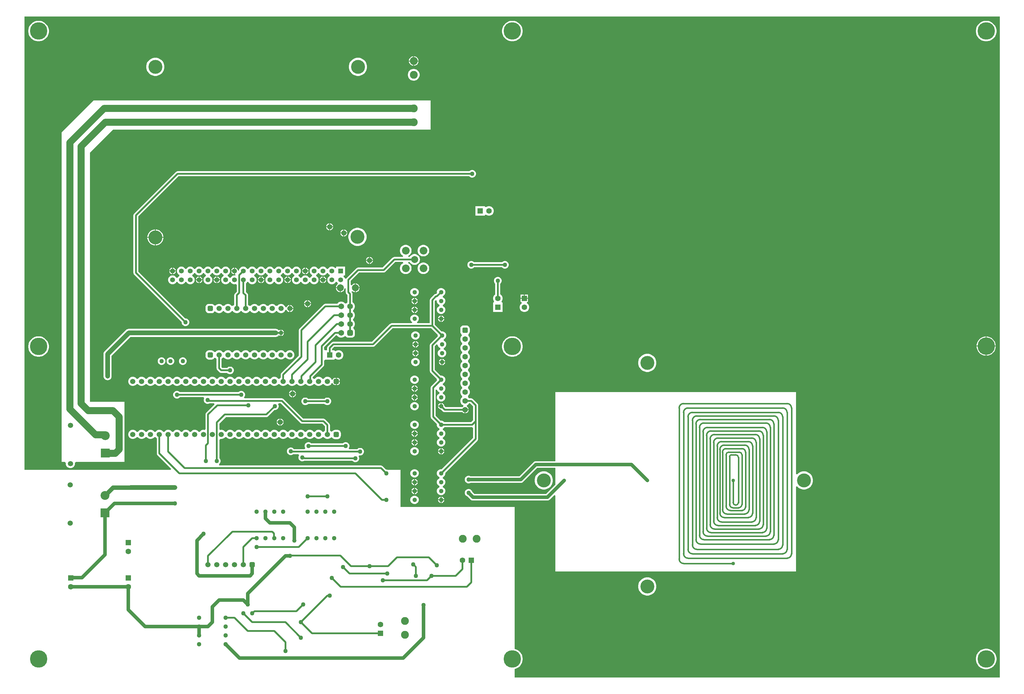
<source format=gbl>
G04*
G04 #@! TF.GenerationSoftware,Altium Limited,Altium Designer,22.11.1 (43)*
G04*
G04 Layer_Physical_Order=2*
G04 Layer_Color=16711680*
%FSLAX44Y44*%
%MOMM*%
G71*
G04*
G04 #@! TF.SameCoordinates,B54C2437-7CCA-4C96-8E11-22E7B733F24C*
G04*
G04*
G04 #@! TF.FilePolarity,Positive*
G04*
G01*
G75*
%ADD13C,0.5080*%
%ADD16C,0.4000*%
%ADD49C,2.2606*%
%ADD53C,2.0066*%
%ADD54C,2.2098*%
%ADD65C,2.0000*%
%ADD66C,1.0000*%
%ADD68R,2.5500X2.5500*%
%ADD69C,2.5500*%
%ADD70C,1.5080*%
%ADD71C,1.0160*%
%ADD72C,1.6050*%
%ADD73R,1.6050X1.6050*%
%ADD74R,1.6050X1.6050*%
%ADD75C,4.0000*%
%ADD76C,1.3000*%
%ADD77C,1.6500*%
G04:AMPARAMS|DCode=78|XSize=1.65mm|YSize=1.65mm|CornerRadius=0.4125mm|HoleSize=0mm|Usage=FLASHONLY|Rotation=90.000|XOffset=0mm|YOffset=0mm|HoleType=Round|Shape=RoundedRectangle|*
%AMROUNDEDRECTD78*
21,1,1.6500,0.8250,0,0,90.0*
21,1,0.8250,1.6500,0,0,90.0*
1,1,0.8250,0.4125,0.4125*
1,1,0.8250,0.4125,-0.4125*
1,1,0.8250,-0.4125,-0.4125*
1,1,0.8250,-0.4125,0.4125*
%
%ADD78ROUNDEDRECTD78*%
%ADD79C,1.6000*%
G04:AMPARAMS|DCode=80|XSize=1.6mm|YSize=1.6mm|CornerRadius=0.4mm|HoleSize=0mm|Usage=FLASHONLY|Rotation=270.000|XOffset=0mm|YOffset=0mm|HoleType=Round|Shape=RoundedRectangle|*
%AMROUNDEDRECTD80*
21,1,1.6000,0.8000,0,0,270.0*
21,1,0.8000,1.6000,0,0,270.0*
1,1,0.8000,-0.4000,-0.4000*
1,1,0.8000,-0.4000,0.4000*
1,1,0.8000,0.4000,0.4000*
1,1,0.8000,0.4000,-0.4000*
%
%ADD80ROUNDEDRECTD80*%
%ADD81C,1.5200*%
G04:AMPARAMS|DCode=82|XSize=1.52mm|YSize=1.52mm|CornerRadius=0.38mm|HoleSize=0mm|Usage=FLASHONLY|Rotation=180.000|XOffset=0mm|YOffset=0mm|HoleType=Round|Shape=RoundedRectangle|*
%AMROUNDEDRECTD82*
21,1,1.5200,0.7600,0,0,180.0*
21,1,0.7600,1.5200,0,0,180.0*
1,1,0.7600,-0.3800,0.3800*
1,1,0.7600,0.3800,0.3800*
1,1,0.7600,0.3800,-0.3800*
1,1,0.7600,-0.3800,-0.3800*
%
%ADD82ROUNDEDRECTD82*%
%ADD83C,1.3900*%
%ADD84R,1.3900X1.3900*%
%ADD85C,1.2700*%
%ADD86C,1.5000*%
%ADD87C,2.0000*%
%ADD88C,5.0000*%
%ADD89C,1.3000*%
%ADD90C,1.3900*%
G36*
X792510Y731551D02*
X792511Y731551D01*
X793989Y730416D01*
X795712Y729702D01*
X797560Y729459D01*
X797560Y729459D01*
X855562D01*
X862809Y722212D01*
Y709550D01*
X861882Y709015D01*
X859435Y706568D01*
X859138Y706053D01*
X855362D01*
X855065Y706568D01*
X852618Y709015D01*
X849622Y710744D01*
X846280Y711640D01*
X842820D01*
X839478Y710744D01*
X836482Y709015D01*
X834035Y706568D01*
X833738Y706053D01*
X829962D01*
X829665Y706568D01*
X827218Y709015D01*
X824222Y710744D01*
X820880Y711640D01*
X817420D01*
X814078Y710744D01*
X811082Y709015D01*
X808635Y706568D01*
X808338Y706053D01*
X804562D01*
X804265Y706568D01*
X801818Y709015D01*
X798822Y710744D01*
X795480Y711640D01*
X792020D01*
X788678Y710744D01*
X785682Y709015D01*
X783235Y706568D01*
X782938Y706053D01*
X779162D01*
X778865Y706568D01*
X776418Y709015D01*
X773422Y710744D01*
X770080Y711640D01*
X766620D01*
X763278Y710744D01*
X760282Y709015D01*
X757835Y706568D01*
X757538Y706053D01*
X753762D01*
X753465Y706568D01*
X751018Y709015D01*
X748022Y710744D01*
X744680Y711640D01*
X741220D01*
X737878Y710744D01*
X734882Y709015D01*
X732435Y706568D01*
X732138Y706053D01*
X728362D01*
X728065Y706568D01*
X725618Y709015D01*
X722622Y710744D01*
X719280Y711640D01*
X715820D01*
X712478Y710744D01*
X709482Y709015D01*
X707035Y706568D01*
X706738Y706053D01*
X702962D01*
X702665Y706568D01*
X700218Y709015D01*
X697222Y710744D01*
X693880Y711640D01*
X690420D01*
X687078Y710744D01*
X684082Y709015D01*
X681635Y706568D01*
X681338Y706053D01*
X677562D01*
X677265Y706568D01*
X674818Y709015D01*
X671822Y710744D01*
X668480Y711640D01*
X665020D01*
X661678Y710744D01*
X658682Y709015D01*
X656235Y706568D01*
X655938Y706053D01*
X652162D01*
X651865Y706568D01*
X649418Y709015D01*
X646422Y710744D01*
X643080Y711640D01*
X639620D01*
X636278Y710744D01*
X633282Y709015D01*
X630835Y706568D01*
X630538Y706053D01*
X626762D01*
X626465Y706568D01*
X624018Y709015D01*
X621022Y710744D01*
X617680Y711640D01*
X614220D01*
X610878Y710744D01*
X607882Y709015D01*
X605435Y706568D01*
X605138Y706053D01*
X601362D01*
X601065Y706568D01*
X598618Y709015D01*
X595622Y710744D01*
X592280Y711640D01*
X588820D01*
X585478Y710744D01*
X582482Y709015D01*
X580035Y706568D01*
X579738Y706053D01*
X575962D01*
X575665Y706568D01*
X573218Y709015D01*
X570222Y710744D01*
X566880Y711640D01*
X563420D01*
X562861Y711490D01*
X559591Y713999D01*
Y729832D01*
X578268Y748509D01*
X694690D01*
X694690Y748509D01*
X696538Y748752D01*
X698260Y749466D01*
X699740Y750601D01*
X718029Y768890D01*
X720254D01*
X723023Y769632D01*
X725507Y771066D01*
X727534Y773093D01*
X728968Y775577D01*
X729710Y778346D01*
Y781214D01*
X728968Y783983D01*
X728607Y784609D01*
X730495Y787879D01*
X736182D01*
X792510Y731551D01*
D02*
G37*
G36*
X2800000Y920D02*
X2799080Y0D01*
X1407160D01*
Y24437D01*
X1407727Y24527D01*
X1412149Y25964D01*
X1416292Y28075D01*
X1420054Y30808D01*
X1423342Y34096D01*
X1426075Y37858D01*
X1428186Y42001D01*
X1429623Y46423D01*
X1430350Y51015D01*
Y55665D01*
X1429623Y60257D01*
X1428186Y64679D01*
X1426075Y68822D01*
X1423342Y72584D01*
X1420054Y75872D01*
X1416292Y78605D01*
X1412149Y80716D01*
X1407727Y82153D01*
X1407160Y82242D01*
Y490220D01*
X1079500D01*
Y596900D01*
X1043018D01*
X1040294Y597630D01*
X1038069D01*
X1028670Y607029D01*
X1027190Y608164D01*
X1025468Y608878D01*
X1023620Y609121D01*
X1023620Y609121D01*
X559273D01*
X558875Y609659D01*
X559137Y613586D01*
X561164Y615613D01*
X562598Y618097D01*
X563340Y620866D01*
Y623734D01*
X562598Y626503D01*
X561164Y628987D01*
X559591Y630560D01*
Y683001D01*
X562861Y685510D01*
X563420Y685360D01*
X566880D01*
X570222Y686255D01*
X573218Y687985D01*
X575665Y690432D01*
X575962Y690947D01*
X579738D01*
X580035Y690432D01*
X582482Y687985D01*
X585478Y686255D01*
X588820Y685360D01*
X592280D01*
X595622Y686255D01*
X598618Y687985D01*
X601065Y690432D01*
X601362Y690947D01*
X605138D01*
X605435Y690432D01*
X607882Y687985D01*
X610878Y686255D01*
X614220Y685360D01*
X617680D01*
X621022Y686255D01*
X624018Y687985D01*
X626465Y690432D01*
X626762Y690947D01*
X630538D01*
X630835Y690432D01*
X633282Y687985D01*
X636278Y686255D01*
X639620Y685360D01*
X643080D01*
X646422Y686255D01*
X649418Y687985D01*
X651865Y690432D01*
X652162Y690947D01*
X655938D01*
X656235Y690432D01*
X658682Y687985D01*
X661678Y686255D01*
X665020Y685360D01*
X668480D01*
X671822Y686255D01*
X674818Y687985D01*
X677265Y690432D01*
X677562Y690947D01*
X681338D01*
X681635Y690432D01*
X684082Y687985D01*
X687078Y686255D01*
X690420Y685360D01*
X693880D01*
X697222Y686255D01*
X700218Y687985D01*
X702665Y690432D01*
X702962Y690947D01*
X706738D01*
X707035Y690432D01*
X709482Y687985D01*
X712478Y686255D01*
X715820Y685360D01*
X719280D01*
X722622Y686255D01*
X725618Y687985D01*
X728065Y690432D01*
X728362Y690947D01*
X732138D01*
X732435Y690432D01*
X734882Y687985D01*
X737878Y686255D01*
X741220Y685360D01*
X744680D01*
X748022Y686255D01*
X751018Y687985D01*
X753465Y690432D01*
X753762Y690947D01*
X757538D01*
X757835Y690432D01*
X760282Y687985D01*
X763278Y686255D01*
X766620Y685360D01*
X770080D01*
X773422Y686255D01*
X776418Y687985D01*
X778865Y690432D01*
X779162Y690947D01*
X782938D01*
X783235Y690432D01*
X785682Y687985D01*
X788678Y686255D01*
X792020Y685360D01*
X795480D01*
X798822Y686255D01*
X801818Y687985D01*
X804265Y690432D01*
X804562Y690947D01*
X808338D01*
X808635Y690432D01*
X811082Y687985D01*
X814078Y686255D01*
X817420Y685360D01*
X820880D01*
X824222Y686255D01*
X827218Y687985D01*
X829665Y690432D01*
X829962Y690947D01*
X833738D01*
X834035Y690432D01*
X836482Y687985D01*
X839478Y686255D01*
X842820Y685360D01*
X846280D01*
X849622Y686255D01*
X852618Y687985D01*
X855065Y690432D01*
X855362Y690947D01*
X859138D01*
X859435Y690432D01*
X861882Y687985D01*
X864878Y686255D01*
X868220Y685360D01*
X871680D01*
X875022Y686255D01*
X878018Y687985D01*
X879902Y689869D01*
X882245Y689950D01*
X883730Y689548D01*
X884889Y688039D01*
X886840Y686542D01*
X889112Y685600D01*
X891550Y685279D01*
X899150D01*
X901588Y685600D01*
X903860Y686542D01*
X905811Y688039D01*
X907308Y689990D01*
X908250Y692262D01*
X908571Y694700D01*
Y702300D01*
X908250Y704738D01*
X907308Y707010D01*
X905811Y708961D01*
X903860Y710458D01*
X901588Y711400D01*
X899150Y711721D01*
X891550D01*
X889112Y711400D01*
X886840Y710458D01*
X884889Y708961D01*
X883730Y707452D01*
X882245Y707050D01*
X879902Y707131D01*
X878018Y709015D01*
X877091Y709550D01*
Y725170D01*
X877091Y725170D01*
X876848Y727018D01*
X876134Y728740D01*
X874999Y730219D01*
X874999Y730220D01*
X863569Y741649D01*
X862091Y742784D01*
X860368Y743498D01*
X858520Y743741D01*
X858520Y743741D01*
X800518D01*
X744190Y800070D01*
X742710Y801204D01*
X740988Y801918D01*
X739140Y802161D01*
X739140Y802161D01*
X631686D01*
X630332Y805431D01*
X631014Y806113D01*
X632448Y808597D01*
X633190Y811366D01*
Y814234D01*
X632448Y817003D01*
X631014Y819487D01*
X628987Y821514D01*
X626503Y822948D01*
X623734Y823690D01*
X620866D01*
X618097Y822948D01*
X615613Y821514D01*
X614040Y819941D01*
X446410D01*
X444837Y821514D01*
X442353Y822948D01*
X439584Y823690D01*
X436716D01*
X433947Y822948D01*
X431463Y821514D01*
X429436Y819487D01*
X428002Y817003D01*
X427260Y814234D01*
Y811366D01*
X428002Y808597D01*
X429436Y806113D01*
X431463Y804086D01*
X433947Y802652D01*
X436716Y801910D01*
X439584D01*
X442353Y802652D01*
X444837Y804086D01*
X446410Y805659D01*
X514105D01*
X515993Y802389D01*
X515632Y801763D01*
X514890Y798994D01*
Y796126D01*
X515632Y793357D01*
X517066Y790873D01*
X519093Y788846D01*
X521577Y787412D01*
X524346Y786670D01*
X527214D01*
X529983Y787412D01*
X530792Y787879D01*
X544555D01*
X545910Y784609D01*
X522001Y760699D01*
X520866Y759221D01*
X520152Y757498D01*
X519909Y755650D01*
X519909Y755650D01*
Y713999D01*
X516639Y711490D01*
X516080Y711640D01*
X512620D01*
X509278Y710744D01*
X506282Y709015D01*
X503835Y706568D01*
X503538Y706053D01*
X499762D01*
X499465Y706568D01*
X497018Y709015D01*
X494022Y710744D01*
X490680Y711640D01*
X487220D01*
X483878Y710744D01*
X480882Y709015D01*
X478435Y706568D01*
X478138Y706053D01*
X474362D01*
X474065Y706568D01*
X471618Y709015D01*
X468622Y710744D01*
X465280Y711640D01*
X461820D01*
X458478Y710744D01*
X455482Y709015D01*
X453035Y706568D01*
X452738Y706053D01*
X448962D01*
X448665Y706568D01*
X446218Y709015D01*
X443222Y710744D01*
X439880Y711640D01*
X436420D01*
X433078Y710744D01*
X430082Y709015D01*
X427635Y706568D01*
X427338Y706053D01*
X423562D01*
X423265Y706568D01*
X420818Y709015D01*
X417822Y710744D01*
X414480Y711640D01*
X411020D01*
X407678Y710744D01*
X404682Y709015D01*
X402235Y706568D01*
X401938Y706053D01*
X398162D01*
X397865Y706568D01*
X395418Y709015D01*
X392422Y710744D01*
X389080Y711640D01*
X385620D01*
X382278Y710744D01*
X379282Y709015D01*
X376835Y706568D01*
X376538Y706053D01*
X372762D01*
X372465Y706568D01*
X370018Y709015D01*
X367022Y710744D01*
X363680Y711640D01*
X360220D01*
X356878Y710744D01*
X353882Y709015D01*
X351435Y706568D01*
X351138Y706053D01*
X347362D01*
X347065Y706568D01*
X344618Y709015D01*
X341622Y710744D01*
X338280Y711640D01*
X334820D01*
X331478Y710744D01*
X328482Y709015D01*
X326035Y706568D01*
X325738Y706053D01*
X321962D01*
X321665Y706568D01*
X319218Y709015D01*
X316222Y710744D01*
X312880Y711640D01*
X309420D01*
X306078Y710744D01*
X303082Y709015D01*
X300635Y706568D01*
X298906Y703572D01*
X298010Y700230D01*
Y696770D01*
X298906Y693428D01*
X300635Y690432D01*
X303082Y687985D01*
X306078Y686255D01*
X309420Y685360D01*
X312880D01*
X316222Y686255D01*
X319218Y687985D01*
X321665Y690432D01*
X321962Y690947D01*
X325738D01*
X326035Y690432D01*
X328482Y687985D01*
X331478Y686255D01*
X334820Y685360D01*
X338280D01*
X341622Y686255D01*
X344618Y687985D01*
X347065Y690432D01*
X347362Y690947D01*
X351138D01*
X351435Y690432D01*
X353882Y687985D01*
X356878Y686255D01*
X360220Y685360D01*
X363680D01*
X367022Y686255D01*
X370018Y687985D01*
X372465Y690432D01*
X372762Y690947D01*
X376538D01*
X376835Y690432D01*
X379282Y687985D01*
X380209Y687450D01*
Y643890D01*
X380209Y643890D01*
X380452Y642042D01*
X381166Y640320D01*
X382300Y638840D01*
X421220Y599921D01*
X419968Y596900D01*
X0D01*
Y1899920D01*
X2800000D01*
Y920D01*
D02*
G37*
%LPC*%
G36*
X735382Y744100D02*
X735330D01*
Y735330D01*
X744100D01*
Y735382D01*
X743416Y737935D01*
X742094Y740225D01*
X740225Y742094D01*
X737935Y743416D01*
X735382Y744100D01*
D02*
G37*
G36*
X732790D02*
X732738D01*
X730185Y743416D01*
X727895Y742094D01*
X726026Y740225D01*
X724704Y737935D01*
X724020Y735382D01*
Y735330D01*
X732790D01*
Y744100D01*
D02*
G37*
G36*
X744100Y732790D02*
X735330D01*
Y724020D01*
X735382D01*
X737935Y724704D01*
X740225Y726026D01*
X742094Y727895D01*
X743416Y730185D01*
X744100Y732738D01*
Y732790D01*
D02*
G37*
G36*
X732790D02*
X724020D01*
Y732738D01*
X724704Y730185D01*
X726026Y727895D01*
X727895Y726026D01*
X730185Y724704D01*
X732738Y724020D01*
X732790D01*
Y732790D01*
D02*
G37*
G36*
X2763305Y1887550D02*
X2758655D01*
X2754063Y1886823D01*
X2749641Y1885386D01*
X2745498Y1883275D01*
X2741736Y1880542D01*
X2738448Y1877254D01*
X2735715Y1873492D01*
X2733604Y1869349D01*
X2732167Y1864927D01*
X2731440Y1860335D01*
Y1855685D01*
X2732167Y1851093D01*
X2733604Y1846671D01*
X2735715Y1842528D01*
X2738448Y1838766D01*
X2741736Y1835478D01*
X2745498Y1832745D01*
X2749641Y1830634D01*
X2754063Y1829197D01*
X2758655Y1828470D01*
X2763305D01*
X2767897Y1829197D01*
X2772319Y1830634D01*
X2776462Y1832745D01*
X2780224Y1835478D01*
X2783512Y1838766D01*
X2786245Y1842528D01*
X2788356Y1846671D01*
X2789792Y1851093D01*
X2790520Y1855685D01*
Y1860335D01*
X2789792Y1864927D01*
X2788356Y1869349D01*
X2786245Y1873492D01*
X2783512Y1877254D01*
X2780224Y1880542D01*
X2776462Y1883275D01*
X2772319Y1885386D01*
X2767897Y1886823D01*
X2763305Y1887550D01*
D02*
G37*
G36*
X1403135D02*
X1398485D01*
X1393893Y1886823D01*
X1389471Y1885386D01*
X1385328Y1883275D01*
X1381566Y1880542D01*
X1378278Y1877254D01*
X1375545Y1873492D01*
X1373434Y1869349D01*
X1371997Y1864927D01*
X1371270Y1860335D01*
Y1855685D01*
X1371997Y1851093D01*
X1373434Y1846671D01*
X1375545Y1842528D01*
X1378278Y1838766D01*
X1381566Y1835478D01*
X1385328Y1832745D01*
X1389471Y1830634D01*
X1393893Y1829197D01*
X1398485Y1828470D01*
X1403135D01*
X1407727Y1829197D01*
X1412149Y1830634D01*
X1416292Y1832745D01*
X1420054Y1835478D01*
X1423342Y1838766D01*
X1426075Y1842528D01*
X1428186Y1846671D01*
X1429623Y1851093D01*
X1430350Y1855685D01*
Y1860335D01*
X1429623Y1864927D01*
X1428186Y1869349D01*
X1426075Y1873492D01*
X1423342Y1877254D01*
X1420054Y1880542D01*
X1416292Y1883275D01*
X1412149Y1885386D01*
X1407727Y1886823D01*
X1403135Y1887550D01*
D02*
G37*
G36*
X42965D02*
X38315D01*
X33723Y1886823D01*
X29301Y1885386D01*
X25158Y1883275D01*
X21396Y1880542D01*
X18108Y1877254D01*
X15375Y1873492D01*
X13264Y1869349D01*
X11827Y1864927D01*
X11100Y1860335D01*
Y1855685D01*
X11827Y1851093D01*
X13264Y1846671D01*
X15375Y1842528D01*
X18108Y1838766D01*
X21396Y1835478D01*
X25158Y1832745D01*
X29301Y1830634D01*
X33723Y1829197D01*
X38315Y1828470D01*
X42965D01*
X47557Y1829197D01*
X51979Y1830634D01*
X56122Y1832745D01*
X59884Y1835478D01*
X63172Y1838766D01*
X65905Y1842528D01*
X68016Y1846671D01*
X69453Y1851093D01*
X70180Y1855685D01*
Y1860335D01*
X69453Y1864927D01*
X68016Y1869349D01*
X65905Y1873492D01*
X63172Y1877254D01*
X59884Y1880542D01*
X56122Y1883275D01*
X51979Y1885386D01*
X47557Y1886823D01*
X42965Y1887550D01*
D02*
G37*
G36*
X1119423Y1785723D02*
X1118870D01*
Y1773150D01*
X1131443D01*
Y1773703D01*
X1130500Y1777223D01*
X1128677Y1780380D01*
X1126100Y1782957D01*
X1122943Y1784780D01*
X1119423Y1785723D01*
D02*
G37*
G36*
X1116330D02*
X1115778D01*
X1112257Y1784780D01*
X1109100Y1782957D01*
X1106523Y1780380D01*
X1104700Y1777223D01*
X1103757Y1773703D01*
Y1773150D01*
X1116330D01*
Y1785723D01*
D02*
G37*
G36*
X1131443Y1770610D02*
X1118870D01*
Y1758037D01*
X1119423D01*
X1122943Y1758980D01*
X1126100Y1760803D01*
X1128677Y1763380D01*
X1130500Y1766537D01*
X1131443Y1770058D01*
Y1770610D01*
D02*
G37*
G36*
X1116330D02*
X1103757D01*
Y1770058D01*
X1104700Y1766537D01*
X1106523Y1763380D01*
X1109100Y1760803D01*
X1112257Y1758980D01*
X1115778Y1758037D01*
X1116330D01*
Y1770610D01*
D02*
G37*
G36*
X960145Y1781180D02*
X955015D01*
X949984Y1780179D01*
X945246Y1778216D01*
X940981Y1775367D01*
X937353Y1771740D01*
X934504Y1767475D01*
X932541Y1762736D01*
X931540Y1757705D01*
Y1752575D01*
X932541Y1747544D01*
X934504Y1742805D01*
X937353Y1738540D01*
X940981Y1734913D01*
X945246Y1732064D01*
X949984Y1730101D01*
X955015Y1729100D01*
X960145D01*
X965176Y1730101D01*
X969914Y1732064D01*
X974180Y1734913D01*
X977807Y1738540D01*
X980656Y1742805D01*
X982619Y1747544D01*
X983620Y1752575D01*
Y1757705D01*
X982619Y1762736D01*
X980656Y1767475D01*
X977807Y1771740D01*
X974180Y1775367D01*
X969914Y1778216D01*
X965176Y1780179D01*
X960145Y1781180D01*
D02*
G37*
G36*
X378485D02*
X373355D01*
X368324Y1780179D01*
X363586Y1778216D01*
X359320Y1775367D01*
X355693Y1771740D01*
X352844Y1767475D01*
X350881Y1762736D01*
X349880Y1757705D01*
Y1752575D01*
X350881Y1747544D01*
X352844Y1742805D01*
X355693Y1738540D01*
X359320Y1734913D01*
X363586Y1732064D01*
X368324Y1730101D01*
X373355Y1729100D01*
X378485D01*
X383516Y1730101D01*
X388255Y1732064D01*
X392519Y1734913D01*
X396147Y1738540D01*
X398996Y1742805D01*
X400959Y1747544D01*
X401960Y1752575D01*
Y1757705D01*
X400959Y1762736D01*
X398996Y1767475D01*
X396147Y1771740D01*
X392519Y1775367D01*
X388255Y1778216D01*
X383516Y1780179D01*
X378485Y1781180D01*
D02*
G37*
G36*
X1119259Y1749123D02*
X1115941D01*
X1112687Y1748476D01*
X1109622Y1747206D01*
X1106863Y1745363D01*
X1104517Y1743017D01*
X1102674Y1740258D01*
X1101404Y1737193D01*
X1100757Y1733939D01*
Y1730621D01*
X1101404Y1727367D01*
X1102674Y1724302D01*
X1104517Y1721543D01*
X1106863Y1719197D01*
X1109622Y1717354D01*
X1112687Y1716084D01*
X1115941Y1715437D01*
X1119259D01*
X1122513Y1716084D01*
X1125578Y1717354D01*
X1128337Y1719197D01*
X1130683Y1721543D01*
X1132526Y1724302D01*
X1133796Y1727367D01*
X1134443Y1730621D01*
Y1733939D01*
X1133796Y1737193D01*
X1132526Y1740258D01*
X1130683Y1743017D01*
X1128337Y1745363D01*
X1125578Y1747206D01*
X1122513Y1748476D01*
X1119259Y1749123D01*
D02*
G37*
G36*
X1286674Y1458690D02*
X1283806D01*
X1281037Y1457948D01*
X1278553Y1456514D01*
X1276980Y1454941D01*
X439420D01*
X439420Y1454941D01*
X437572Y1454698D01*
X435849Y1453984D01*
X434370Y1452849D01*
X434370Y1452849D01*
X314991Y1333470D01*
X313856Y1331991D01*
X313142Y1330268D01*
X312899Y1328420D01*
X312899Y1328420D01*
Y1163320D01*
X312899Y1163320D01*
X313142Y1161472D01*
X313856Y1159750D01*
X314991Y1158270D01*
X451390Y1021871D01*
Y1019646D01*
X452132Y1016877D01*
X453566Y1014393D01*
X455593Y1012366D01*
X458077Y1010932D01*
X460846Y1010190D01*
X463714D01*
X466483Y1010932D01*
X468967Y1012366D01*
X470994Y1014393D01*
X472428Y1016877D01*
X473170Y1019646D01*
Y1022514D01*
X472428Y1025283D01*
X470994Y1027767D01*
X468967Y1029794D01*
X466483Y1031228D01*
X463714Y1031970D01*
X461489D01*
X327181Y1166278D01*
Y1325462D01*
X442378Y1440659D01*
X1276980D01*
X1278553Y1439086D01*
X1281037Y1437652D01*
X1283806Y1436910D01*
X1286674D01*
X1289443Y1437652D01*
X1291927Y1439086D01*
X1293954Y1441113D01*
X1295388Y1443597D01*
X1296130Y1446366D01*
Y1449234D01*
X1295388Y1452003D01*
X1293954Y1454487D01*
X1291927Y1456514D01*
X1289443Y1457948D01*
X1286674Y1458690D01*
D02*
G37*
G36*
X1335286Y1354685D02*
X1331714D01*
X1328264Y1353761D01*
X1325171Y1351975D01*
X1324935Y1351739D01*
X1321665Y1353093D01*
Y1354685D01*
X1294535D01*
Y1327555D01*
X1321665D01*
Y1329147D01*
X1324935Y1330501D01*
X1325171Y1330265D01*
X1328264Y1328479D01*
X1331714Y1327555D01*
X1335286D01*
X1338736Y1328479D01*
X1341829Y1330265D01*
X1344355Y1332791D01*
X1346141Y1335884D01*
X1347065Y1339334D01*
Y1342906D01*
X1346141Y1346356D01*
X1344355Y1349449D01*
X1341829Y1351975D01*
X1338736Y1353761D01*
X1335286Y1354685D01*
D02*
G37*
G36*
X877622Y1305440D02*
X877570D01*
Y1296670D01*
X886340D01*
Y1296722D01*
X885656Y1299275D01*
X884334Y1301565D01*
X882465Y1303434D01*
X880175Y1304756D01*
X877622Y1305440D01*
D02*
G37*
G36*
X875030D02*
X874978D01*
X872425Y1304756D01*
X870135Y1303434D01*
X868266Y1301565D01*
X866944Y1299275D01*
X866260Y1296722D01*
Y1296670D01*
X875030D01*
Y1305440D01*
D02*
G37*
G36*
X886340Y1294130D02*
X877570D01*
Y1285360D01*
X877622D01*
X880175Y1286044D01*
X882465Y1287366D01*
X884334Y1289235D01*
X885656Y1291525D01*
X886340Y1294078D01*
Y1294130D01*
D02*
G37*
G36*
X875030D02*
X866260D01*
Y1294078D01*
X866944Y1291525D01*
X868266Y1289235D01*
X870135Y1287366D01*
X872425Y1286044D01*
X874978Y1285360D01*
X875030D01*
Y1294130D01*
D02*
G37*
G36*
X918262Y1287660D02*
X918210D01*
Y1278890D01*
X926980D01*
Y1278942D01*
X926296Y1281495D01*
X924974Y1283785D01*
X923105Y1285654D01*
X920815Y1286976D01*
X918262Y1287660D01*
D02*
G37*
G36*
X915670D02*
X915618D01*
X913065Y1286976D01*
X910775Y1285654D01*
X908906Y1283785D01*
X907584Y1281495D01*
X906900Y1278942D01*
Y1278890D01*
X915670D01*
Y1287660D01*
D02*
G37*
G36*
X926980Y1276350D02*
X918210D01*
Y1267580D01*
X918262D01*
X920815Y1268264D01*
X923105Y1269586D01*
X924974Y1271455D01*
X926296Y1273745D01*
X926980Y1276298D01*
Y1276350D01*
D02*
G37*
G36*
X915670D02*
X906900D01*
Y1276298D01*
X907584Y1273745D01*
X908906Y1271455D01*
X910775Y1269586D01*
X913065Y1268264D01*
X915618Y1267580D01*
X915670D01*
Y1276350D01*
D02*
G37*
G36*
X378189Y1287960D02*
X377190D01*
Y1266190D01*
X398960D01*
Y1267189D01*
X398075Y1271640D01*
X396338Y1275834D01*
X393816Y1279607D01*
X390607Y1282816D01*
X386833Y1285338D01*
X382640Y1287075D01*
X378189Y1287960D01*
D02*
G37*
G36*
X374650D02*
X373651D01*
X369199Y1287075D01*
X365006Y1285338D01*
X361233Y1282816D01*
X358024Y1279607D01*
X355502Y1275834D01*
X353765Y1271640D01*
X352880Y1267189D01*
Y1266190D01*
X374650D01*
Y1287960D01*
D02*
G37*
G36*
X398960Y1263650D02*
X377190D01*
Y1241880D01*
X378189D01*
X382640Y1242765D01*
X386833Y1244502D01*
X390607Y1247024D01*
X393816Y1250233D01*
X396338Y1254007D01*
X398075Y1258199D01*
X398960Y1262651D01*
Y1263650D01*
D02*
G37*
G36*
X374650D02*
X352880D01*
Y1262651D01*
X353765Y1258199D01*
X355502Y1254007D01*
X358024Y1250233D01*
X361233Y1247024D01*
X365006Y1244502D01*
X369199Y1242765D01*
X373651Y1241880D01*
X374650D01*
Y1263650D01*
D02*
G37*
G36*
X958897Y1292392D02*
X953767D01*
X948736Y1291392D01*
X943997Y1289429D01*
X939732Y1286579D01*
X936105Y1282952D01*
X933256Y1278687D01*
X931293Y1273948D01*
X930292Y1268917D01*
Y1263788D01*
X931293Y1258757D01*
X933256Y1254018D01*
X936105Y1249753D01*
X939732Y1246126D01*
X943997Y1243276D01*
X948736Y1241313D01*
X953767Y1240313D01*
X958897D01*
X963928Y1241313D01*
X968667Y1243276D01*
X972932Y1246126D01*
X976559Y1249753D01*
X979408Y1254018D01*
X981371Y1258757D01*
X982372Y1263788D01*
Y1268917D01*
X981371Y1273948D01*
X979408Y1278687D01*
X976559Y1282952D01*
X972932Y1286579D01*
X968667Y1289429D01*
X963928Y1291392D01*
X958897Y1292392D01*
D02*
G37*
G36*
X1147174Y1243409D02*
X1143906D01*
X1140701Y1242772D01*
X1137682Y1241521D01*
X1134965Y1239706D01*
X1132654Y1237395D01*
X1130839Y1234678D01*
X1129588Y1231659D01*
X1128951Y1228454D01*
Y1225186D01*
X1129588Y1221981D01*
X1130839Y1218962D01*
X1132654Y1216245D01*
X1134965Y1213934D01*
X1137682Y1212119D01*
X1140701Y1210869D01*
X1143906Y1210231D01*
X1147174D01*
X1150379Y1210869D01*
X1153398Y1212119D01*
X1156115Y1213934D01*
X1158426Y1216245D01*
X1160241Y1218962D01*
X1161491Y1221981D01*
X1162129Y1225186D01*
Y1228454D01*
X1161491Y1231659D01*
X1160241Y1234678D01*
X1158426Y1237395D01*
X1156115Y1239706D01*
X1153398Y1241521D01*
X1150379Y1242772D01*
X1147174Y1243409D01*
D02*
G37*
G36*
X991922Y1208920D02*
X991870D01*
Y1200150D01*
X1000640D01*
Y1200202D01*
X999956Y1202755D01*
X998634Y1205045D01*
X996765Y1206914D01*
X994475Y1208236D01*
X991922Y1208920D01*
D02*
G37*
G36*
X989330D02*
X989278D01*
X986725Y1208236D01*
X984435Y1206914D01*
X982566Y1205045D01*
X981244Y1202755D01*
X980560Y1200202D01*
Y1200150D01*
X989330D01*
Y1208920D01*
D02*
G37*
G36*
X1380654Y1197070D02*
X1377786D01*
X1375017Y1196328D01*
X1372533Y1194894D01*
X1370960Y1193321D01*
X1290960D01*
X1289387Y1194894D01*
X1286903Y1196328D01*
X1284134Y1197070D01*
X1281266D01*
X1278497Y1196328D01*
X1276013Y1194894D01*
X1273986Y1192867D01*
X1272552Y1190383D01*
X1271810Y1187614D01*
Y1184746D01*
X1272552Y1181977D01*
X1273986Y1179493D01*
X1276013Y1177466D01*
X1278497Y1176032D01*
X1281266Y1175290D01*
X1284134D01*
X1286903Y1176032D01*
X1289387Y1177466D01*
X1290960Y1179039D01*
X1370960D01*
X1372533Y1177466D01*
X1375017Y1176032D01*
X1377786Y1175290D01*
X1380654D01*
X1383423Y1176032D01*
X1385907Y1177466D01*
X1387934Y1179493D01*
X1389368Y1181977D01*
X1390110Y1184746D01*
Y1187614D01*
X1389368Y1190383D01*
X1387934Y1192867D01*
X1385907Y1194894D01*
X1383423Y1196328D01*
X1380654Y1197070D01*
D02*
G37*
G36*
X1000640Y1197610D02*
X991870D01*
Y1188840D01*
X991922D01*
X994475Y1189524D01*
X996765Y1190846D01*
X998634Y1192715D01*
X999956Y1195005D01*
X1000640Y1197558D01*
Y1197610D01*
D02*
G37*
G36*
X989330D02*
X980560D01*
Y1197558D01*
X981244Y1195005D01*
X982566Y1192715D01*
X984435Y1190846D01*
X986725Y1189524D01*
X989278Y1188840D01*
X989330D01*
Y1197610D01*
D02*
G37*
G36*
X1096374Y1243409D02*
X1093106D01*
X1089901Y1242772D01*
X1086882Y1241521D01*
X1084165Y1239706D01*
X1081854Y1237395D01*
X1080039Y1234678D01*
X1078789Y1231659D01*
X1078151Y1228454D01*
Y1225186D01*
X1078789Y1221981D01*
X1080039Y1218962D01*
X1081854Y1216245D01*
X1084165Y1213934D01*
X1086882Y1212119D01*
X1087577Y1211831D01*
X1086927Y1208561D01*
X1061720D01*
X1059872Y1208318D01*
X1058149Y1207604D01*
X1056671Y1206469D01*
X1056670Y1206469D01*
X1028282Y1178081D01*
X957580D01*
X957580Y1178081D01*
X955732Y1177838D01*
X954009Y1177124D01*
X952531Y1175990D01*
X952530Y1175989D01*
X924591Y1148049D01*
X923456Y1146571D01*
X923428Y1146503D01*
X919982Y1146728D01*
X919689Y1147821D01*
X918045Y1150669D01*
X916074Y1152640D01*
X916303Y1154137D01*
X917209Y1155910D01*
X920540D01*
Y1180890D01*
X895560D01*
Y1177559D01*
X893787Y1176653D01*
X892290Y1176423D01*
X890319Y1178394D01*
X887471Y1180039D01*
X884294Y1180890D01*
X881006D01*
X877829Y1180039D01*
X874981Y1178394D01*
X872655Y1176069D01*
X871764Y1174525D01*
X868136D01*
X867244Y1176069D01*
X864919Y1178394D01*
X862071Y1180039D01*
X858894Y1180890D01*
X855606D01*
X852429Y1180039D01*
X849581Y1178394D01*
X847255Y1176069D01*
X846364Y1174525D01*
X842736D01*
X841844Y1176069D01*
X839519Y1178394D01*
X836671Y1180039D01*
X833494Y1180890D01*
X830206D01*
X827029Y1180039D01*
X824181Y1178394D01*
X821855Y1176069D01*
X820211Y1173221D01*
X819360Y1170044D01*
Y1166756D01*
X820211Y1163579D01*
X821855Y1160731D01*
X824181Y1158406D01*
X825725Y1157514D01*
Y1153886D01*
X824181Y1152995D01*
X821855Y1150669D01*
X820964Y1149125D01*
X817336D01*
X816444Y1150669D01*
X814119Y1152995D01*
X811271Y1154639D01*
X808094Y1155490D01*
X804806D01*
X801629Y1154639D01*
X798781Y1152995D01*
X796456Y1150669D01*
X795564Y1149125D01*
X791936D01*
X791044Y1150669D01*
X788719Y1152995D01*
X787175Y1153886D01*
Y1157514D01*
X788719Y1158406D01*
X791044Y1160731D01*
X792689Y1163579D01*
X793540Y1166756D01*
Y1170044D01*
X792689Y1173221D01*
X791044Y1176069D01*
X788719Y1178394D01*
X785871Y1180039D01*
X782694Y1180890D01*
X779406D01*
X776229Y1180039D01*
X773381Y1178394D01*
X771056Y1176069D01*
X770164Y1174525D01*
X766536D01*
X765645Y1176069D01*
X763319Y1178394D01*
X760471Y1180039D01*
X757294Y1180890D01*
X754006D01*
X750829Y1180039D01*
X747981Y1178394D01*
X745656Y1176069D01*
X744764Y1174525D01*
X741136D01*
X740245Y1176069D01*
X737919Y1178394D01*
X735071Y1180039D01*
X731894Y1180890D01*
X728606D01*
X725429Y1180039D01*
X722581Y1178394D01*
X720256Y1176069D01*
X719364Y1174525D01*
X715736D01*
X714845Y1176069D01*
X712519Y1178394D01*
X709671Y1180039D01*
X706494Y1180890D01*
X703206D01*
X700029Y1180039D01*
X697181Y1178394D01*
X694855Y1176069D01*
X693964Y1174525D01*
X690336D01*
X689445Y1176069D01*
X687119Y1178394D01*
X684271Y1180039D01*
X681094Y1180890D01*
X677806D01*
X674629Y1180039D01*
X671781Y1178394D01*
X669455Y1176069D01*
X668564Y1174525D01*
X664936D01*
X664044Y1176069D01*
X661719Y1178394D01*
X658871Y1180039D01*
X655694Y1180890D01*
X652406D01*
X649229Y1180039D01*
X646381Y1178394D01*
X644055Y1176069D01*
X643164Y1174525D01*
X639536D01*
X638644Y1176069D01*
X636319Y1178394D01*
X633471Y1180039D01*
X630294Y1180890D01*
X627006D01*
X623829Y1180039D01*
X620981Y1178394D01*
X618656Y1176069D01*
X617011Y1173221D01*
X616160Y1170044D01*
Y1169013D01*
X616010Y1168924D01*
X614917Y1169166D01*
X612478Y1170628D01*
X612093Y1172063D01*
X610844Y1174227D01*
X609077Y1175994D01*
X606913Y1177243D01*
X604520Y1177885D01*
Y1168400D01*
Y1158915D01*
X604915Y1159021D01*
X605803Y1158384D01*
X606742Y1156976D01*
X606644Y1156836D01*
X604956Y1155473D01*
X604894Y1155490D01*
X601606D01*
X598429Y1154639D01*
X595581Y1152995D01*
X593256Y1150669D01*
X592364Y1149125D01*
X588736D01*
X587845Y1150669D01*
X585519Y1152995D01*
X583975Y1153886D01*
Y1157514D01*
X585519Y1158406D01*
X587845Y1160731D01*
X589489Y1163579D01*
X590340Y1166756D01*
Y1170044D01*
X589489Y1173221D01*
X587845Y1176069D01*
X585519Y1178394D01*
X582671Y1180039D01*
X579494Y1180890D01*
X576206D01*
X573029Y1180039D01*
X570181Y1178394D01*
X567855Y1176069D01*
X566964Y1174525D01*
X563336D01*
X562444Y1176069D01*
X560119Y1178394D01*
X557271Y1180039D01*
X554094Y1180890D01*
X550806D01*
X547629Y1180039D01*
X544781Y1178394D01*
X542455Y1176069D01*
X541564Y1174525D01*
X537936D01*
X537044Y1176069D01*
X534719Y1178394D01*
X531871Y1180039D01*
X528694Y1180890D01*
X525406D01*
X522229Y1180039D01*
X519381Y1178394D01*
X517056Y1176069D01*
X516164Y1174525D01*
X512536D01*
X511645Y1176069D01*
X509319Y1178394D01*
X506471Y1180039D01*
X503294Y1180890D01*
X500006D01*
X496829Y1180039D01*
X493981Y1178394D01*
X491656Y1176069D01*
X490764Y1174525D01*
X487136D01*
X486245Y1176069D01*
X483919Y1178394D01*
X481071Y1180039D01*
X477894Y1180890D01*
X474606D01*
X471429Y1180039D01*
X468581Y1178394D01*
X466255Y1176069D01*
X465364Y1174525D01*
X461736D01*
X460844Y1176069D01*
X458519Y1178394D01*
X455671Y1180039D01*
X452494Y1180890D01*
X449206D01*
X446029Y1180039D01*
X443181Y1178394D01*
X440855Y1176069D01*
X439211Y1173221D01*
X438360Y1170044D01*
Y1166756D01*
X439211Y1163579D01*
X440855Y1160731D01*
X443181Y1158406D01*
X444725Y1157514D01*
Y1153886D01*
X443181Y1152995D01*
X440855Y1150669D01*
X439964Y1149125D01*
X436336D01*
X435444Y1150669D01*
X433119Y1152995D01*
X430271Y1154639D01*
X427094Y1155490D01*
X423806D01*
X420629Y1154639D01*
X417781Y1152995D01*
X415456Y1150669D01*
X413811Y1147821D01*
X412960Y1144644D01*
Y1141356D01*
X413811Y1138179D01*
X415456Y1135331D01*
X417781Y1133006D01*
X420629Y1131361D01*
X423806Y1130510D01*
X427094D01*
X430271Y1131361D01*
X433119Y1133006D01*
X435444Y1135331D01*
X436336Y1136875D01*
X439964D01*
X440855Y1135331D01*
X443181Y1133006D01*
X446029Y1131361D01*
X449206Y1130510D01*
X452494D01*
X455671Y1131361D01*
X458519Y1133006D01*
X460844Y1135331D01*
X461736Y1136875D01*
X465364D01*
X466255Y1135331D01*
X468581Y1133006D01*
X471429Y1131361D01*
X474606Y1130510D01*
X477894D01*
X481071Y1131361D01*
X483919Y1133006D01*
X486245Y1135331D01*
X487889Y1138179D01*
X488740Y1141356D01*
Y1144644D01*
X487889Y1147821D01*
X486245Y1150669D01*
X483919Y1152995D01*
X482375Y1153886D01*
Y1157514D01*
X483919Y1158406D01*
X486245Y1160731D01*
X487136Y1162275D01*
X490764D01*
X491656Y1160731D01*
X493981Y1158406D01*
X496829Y1156761D01*
X500006Y1155910D01*
X503294D01*
X506471Y1156761D01*
X509319Y1158406D01*
X511645Y1160731D01*
X512536Y1162275D01*
X516164D01*
X517056Y1160731D01*
X519381Y1158406D01*
X520925Y1157514D01*
Y1153886D01*
X519381Y1152995D01*
X517056Y1150669D01*
X515411Y1147821D01*
X514560Y1144644D01*
Y1141356D01*
X515411Y1138179D01*
X517056Y1135331D01*
X519381Y1133006D01*
X522229Y1131361D01*
X525406Y1130510D01*
X528694D01*
X531871Y1131361D01*
X534719Y1133006D01*
X537044Y1135331D01*
X538689Y1138179D01*
X539540Y1141356D01*
Y1144644D01*
X538689Y1147821D01*
X537044Y1150669D01*
X534719Y1152995D01*
X533175Y1153886D01*
Y1157514D01*
X534719Y1158406D01*
X537044Y1160731D01*
X537936Y1162275D01*
X541564D01*
X542455Y1160731D01*
X544781Y1158406D01*
X547629Y1156761D01*
X550806Y1155910D01*
X554094D01*
X557271Y1156761D01*
X560119Y1158406D01*
X562444Y1160731D01*
X563336Y1162275D01*
X566964D01*
X567855Y1160731D01*
X570181Y1158406D01*
X571725Y1157514D01*
Y1153886D01*
X570181Y1152995D01*
X567855Y1150669D01*
X566211Y1147821D01*
X565360Y1144644D01*
Y1141356D01*
X566211Y1138179D01*
X567855Y1135331D01*
X570181Y1133006D01*
X573029Y1131361D01*
X576206Y1130510D01*
X579494D01*
X582671Y1131361D01*
X585519Y1133006D01*
X587845Y1135331D01*
X588736Y1136875D01*
X592364D01*
X593256Y1135331D01*
X595581Y1133006D01*
X598429Y1131361D01*
X601606Y1130510D01*
X604894D01*
X606209Y1130862D01*
X609479Y1128634D01*
Y1108528D01*
X604551Y1103599D01*
X603416Y1102121D01*
X602702Y1100398D01*
X602459Y1098550D01*
X602459Y1098550D01*
Y1071500D01*
X601532Y1070965D01*
X599085Y1068518D01*
X598788Y1068003D01*
X595012D01*
X594715Y1068518D01*
X592268Y1070965D01*
X589272Y1072694D01*
X585930Y1073590D01*
X582470D01*
X579128Y1072694D01*
X576132Y1070965D01*
X573685Y1068518D01*
X573388Y1068003D01*
X569612D01*
X569315Y1068518D01*
X566868Y1070965D01*
X563872Y1072694D01*
X560530Y1073590D01*
X557070D01*
X553728Y1072694D01*
X550732Y1070965D01*
X548848Y1069081D01*
X546505Y1069000D01*
X545020Y1069402D01*
X543861Y1070911D01*
X541910Y1072408D01*
X539638Y1073350D01*
X537200Y1073671D01*
X529600D01*
X527162Y1073350D01*
X524890Y1072408D01*
X522939Y1070911D01*
X521442Y1068960D01*
X520500Y1066688D01*
X520179Y1064250D01*
Y1056650D01*
X520500Y1054212D01*
X521442Y1051940D01*
X522939Y1049989D01*
X524890Y1048492D01*
X527162Y1047550D01*
X529600Y1047229D01*
X537200D01*
X539638Y1047550D01*
X541910Y1048492D01*
X543861Y1049989D01*
X545020Y1051498D01*
X546505Y1051900D01*
X548848Y1051819D01*
X550732Y1049935D01*
X553728Y1048205D01*
X557070Y1047310D01*
X560530D01*
X563872Y1048205D01*
X566868Y1049935D01*
X569315Y1052382D01*
X569612Y1052897D01*
X573388D01*
X573685Y1052382D01*
X576132Y1049935D01*
X579128Y1048205D01*
X582470Y1047310D01*
X585930D01*
X589272Y1048205D01*
X592268Y1049935D01*
X594715Y1052382D01*
X595012Y1052897D01*
X598788D01*
X599085Y1052382D01*
X601532Y1049935D01*
X604528Y1048205D01*
X607870Y1047310D01*
X611330D01*
X614672Y1048205D01*
X617668Y1049935D01*
X620115Y1052382D01*
X620412Y1052897D01*
X624188D01*
X624485Y1052382D01*
X626932Y1049935D01*
X629928Y1048205D01*
X633270Y1047310D01*
X636730D01*
X640072Y1048205D01*
X643068Y1049935D01*
X645515Y1052382D01*
X645812Y1052897D01*
X649588D01*
X649885Y1052382D01*
X652332Y1049935D01*
X655328Y1048205D01*
X658670Y1047310D01*
X662130D01*
X665472Y1048205D01*
X668468Y1049935D01*
X670915Y1052382D01*
X671212Y1052897D01*
X674988D01*
X675285Y1052382D01*
X677732Y1049935D01*
X680728Y1048205D01*
X684070Y1047310D01*
X687530D01*
X690872Y1048205D01*
X693868Y1049935D01*
X696315Y1052382D01*
X696612Y1052897D01*
X700388D01*
X700685Y1052382D01*
X703132Y1049935D01*
X706128Y1048205D01*
X709470Y1047310D01*
X712930D01*
X716272Y1048205D01*
X719268Y1049935D01*
X721715Y1052382D01*
X722012Y1052897D01*
X725788D01*
X726085Y1052382D01*
X728532Y1049935D01*
X731528Y1048205D01*
X734870Y1047310D01*
X738330D01*
X741672Y1048205D01*
X744668Y1049935D01*
X747115Y1052382D01*
X748845Y1055378D01*
X749160Y1056556D01*
X752546D01*
X752551Y1056536D01*
X753886Y1054224D01*
X755774Y1052336D01*
X758086Y1051001D01*
X760665Y1050310D01*
X760730D01*
Y1060450D01*
Y1070590D01*
X760665D01*
X758086Y1069899D01*
X755774Y1068564D01*
X753886Y1066676D01*
X752551Y1064364D01*
X752546Y1064344D01*
X749160D01*
X748845Y1065522D01*
X747115Y1068518D01*
X744668Y1070965D01*
X741672Y1072694D01*
X738330Y1073590D01*
X734870D01*
X731528Y1072694D01*
X728532Y1070965D01*
X726085Y1068518D01*
X725788Y1068003D01*
X722012D01*
X721715Y1068518D01*
X719268Y1070965D01*
X716272Y1072694D01*
X712930Y1073590D01*
X709470D01*
X706128Y1072694D01*
X703132Y1070965D01*
X700685Y1068518D01*
X700388Y1068003D01*
X696612D01*
X696315Y1068518D01*
X693868Y1070965D01*
X690872Y1072694D01*
X687530Y1073590D01*
X684070D01*
X680728Y1072694D01*
X677732Y1070965D01*
X675285Y1068518D01*
X674988Y1068003D01*
X671212D01*
X670915Y1068518D01*
X668468Y1070965D01*
X665472Y1072694D01*
X662130Y1073590D01*
X658670D01*
X655328Y1072694D01*
X652332Y1070965D01*
X649885Y1068518D01*
X649588Y1068003D01*
X645812D01*
X645515Y1068518D01*
X643068Y1070965D01*
X642141Y1071500D01*
Y1098550D01*
X641898Y1100398D01*
X641184Y1102121D01*
X640050Y1103599D01*
X640049Y1103600D01*
X635791Y1107858D01*
Y1132701D01*
X636319Y1133006D01*
X638644Y1135331D01*
X639536Y1136875D01*
X643164D01*
X644055Y1135331D01*
X646381Y1133006D01*
X649229Y1131361D01*
X652406Y1130510D01*
X655694D01*
X658871Y1131361D01*
X661719Y1133006D01*
X664044Y1135331D01*
X665689Y1138179D01*
X666540Y1141356D01*
Y1144644D01*
X665689Y1147821D01*
X664044Y1150669D01*
X661719Y1152995D01*
X660175Y1153886D01*
Y1157514D01*
X661719Y1158406D01*
X664044Y1160731D01*
X664936Y1162275D01*
X668564D01*
X669455Y1160731D01*
X671781Y1158406D01*
X674629Y1156761D01*
X677806Y1155910D01*
X681094D01*
X684271Y1156761D01*
X687119Y1158406D01*
X689445Y1160731D01*
X690336Y1162275D01*
X693964D01*
X694855Y1160731D01*
X697181Y1158406D01*
X698725Y1157514D01*
Y1153886D01*
X697181Y1152995D01*
X694855Y1150669D01*
X693211Y1147821D01*
X692360Y1144644D01*
Y1141356D01*
X693211Y1138179D01*
X694855Y1135331D01*
X697181Y1133006D01*
X700029Y1131361D01*
X703206Y1130510D01*
X706494D01*
X709671Y1131361D01*
X712519Y1133006D01*
X714845Y1135331D01*
X715736Y1136875D01*
X719364D01*
X720256Y1135331D01*
X722581Y1133006D01*
X725429Y1131361D01*
X728606Y1130510D01*
X731894D01*
X735071Y1131361D01*
X737919Y1133006D01*
X740245Y1135331D01*
X741889Y1138179D01*
X742740Y1141356D01*
Y1144644D01*
X741889Y1147821D01*
X740245Y1150669D01*
X737919Y1152995D01*
X736375Y1153886D01*
Y1157514D01*
X737919Y1158406D01*
X740245Y1160731D01*
X741136Y1162275D01*
X744764D01*
X745656Y1160731D01*
X747981Y1158406D01*
X750829Y1156761D01*
X754006Y1155910D01*
X757294D01*
X760471Y1156761D01*
X763319Y1158406D01*
X765645Y1160731D01*
X766536Y1162275D01*
X770164D01*
X771056Y1160731D01*
X773381Y1158406D01*
X774925Y1157514D01*
Y1153886D01*
X773381Y1152995D01*
X771056Y1150669D01*
X769411Y1147821D01*
X768560Y1144644D01*
Y1141356D01*
X769411Y1138179D01*
X771056Y1135331D01*
X773381Y1133006D01*
X776229Y1131361D01*
X779406Y1130510D01*
X782694D01*
X785871Y1131361D01*
X788719Y1133006D01*
X791044Y1135331D01*
X791936Y1136875D01*
X795564D01*
X796456Y1135331D01*
X798781Y1133006D01*
X801629Y1131361D01*
X804806Y1130510D01*
X808094D01*
X811271Y1131361D01*
X814119Y1133006D01*
X816444Y1135331D01*
X817336Y1136875D01*
X820964D01*
X821855Y1135331D01*
X824181Y1133006D01*
X827029Y1131361D01*
X830206Y1130510D01*
X833494D01*
X836671Y1131361D01*
X839519Y1133006D01*
X841844Y1135331D01*
X843489Y1138179D01*
X844340Y1141356D01*
Y1144644D01*
X843489Y1147821D01*
X841844Y1150669D01*
X839519Y1152995D01*
X837975Y1153886D01*
Y1157514D01*
X839519Y1158406D01*
X841844Y1160731D01*
X842736Y1162275D01*
X846364D01*
X847255Y1160731D01*
X849581Y1158406D01*
X852429Y1156761D01*
X855606Y1155910D01*
X858894D01*
X862071Y1156761D01*
X864919Y1158406D01*
X867244Y1160731D01*
X868136Y1162275D01*
X871764D01*
X872655Y1160731D01*
X874981Y1158406D01*
X876525Y1157514D01*
Y1153886D01*
X874981Y1152995D01*
X872655Y1150669D01*
X871011Y1147821D01*
X870160Y1144644D01*
Y1141356D01*
X871011Y1138179D01*
X872655Y1135331D01*
X874981Y1133006D01*
X877829Y1131361D01*
X881006Y1130510D01*
X884294D01*
X887471Y1131361D01*
X890319Y1133006D01*
X892645Y1135331D01*
X893536Y1136875D01*
X897164D01*
X898055Y1135331D01*
X899306Y1134081D01*
X899186Y1130406D01*
X899118Y1130257D01*
X898957Y1130052D01*
X896746Y1127840D01*
X895095Y1124980D01*
X894240Y1121791D01*
Y1121410D01*
X906780D01*
Y1120140D01*
X908050D01*
Y1107600D01*
X908431D01*
X911620Y1108455D01*
X914480Y1110106D01*
X916814Y1112440D01*
X918465Y1115300D01*
X919320Y1118489D01*
X922499Y1118269D01*
Y1107440D01*
X922499Y1107440D01*
X922742Y1105592D01*
X923456Y1103869D01*
X924591Y1102391D01*
X927579Y1099402D01*
Y1078600D01*
X926253Y1077835D01*
X923968Y1075550D01*
X922226Y1075215D01*
X921814D01*
X920072Y1075550D01*
X917787Y1077835D01*
X914643Y1079650D01*
X911135Y1080590D01*
X907505D01*
X903997Y1079650D01*
X900853Y1077835D01*
X898285Y1075267D01*
X897520Y1073941D01*
X863600D01*
X863600Y1073941D01*
X861752Y1073698D01*
X860030Y1072984D01*
X858550Y1071850D01*
X858550Y1071849D01*
X789970Y1003270D01*
X788836Y1001790D01*
X788122Y1000068D01*
X787879Y998220D01*
X787879Y998220D01*
Y924978D01*
X737900Y874999D01*
X736766Y873521D01*
X736052Y871798D01*
X735809Y869950D01*
X735809Y869950D01*
Y861950D01*
X734882Y861415D01*
X732435Y858968D01*
X732138Y858453D01*
X728362D01*
X728065Y858968D01*
X725618Y861415D01*
X722622Y863145D01*
X719280Y864040D01*
X715820D01*
X712478Y863145D01*
X709482Y861415D01*
X707035Y858968D01*
X706738Y858453D01*
X702962D01*
X702665Y858968D01*
X700218Y861415D01*
X697222Y863145D01*
X693880Y864040D01*
X690420D01*
X687078Y863145D01*
X684082Y861415D01*
X681635Y858968D01*
X681338Y858453D01*
X677562D01*
X677265Y858968D01*
X674818Y861415D01*
X671822Y863145D01*
X668480Y864040D01*
X665020D01*
X661678Y863145D01*
X658682Y861415D01*
X656235Y858968D01*
X655938Y858453D01*
X652162D01*
X651865Y858968D01*
X649418Y861415D01*
X646422Y863145D01*
X643080Y864040D01*
X639620D01*
X636278Y863145D01*
X633282Y861415D01*
X630835Y858968D01*
X630538Y858453D01*
X626762D01*
X626465Y858968D01*
X624018Y861415D01*
X621022Y863145D01*
X617680Y864040D01*
X614220D01*
X610878Y863145D01*
X607882Y861415D01*
X605435Y858968D01*
X605138Y858453D01*
X601362D01*
X601065Y858968D01*
X598618Y861415D01*
X595622Y863145D01*
X592280Y864040D01*
X588820D01*
X585478Y863145D01*
X582482Y861415D01*
X580035Y858968D01*
X579738Y858453D01*
X575962D01*
X575665Y858968D01*
X573218Y861415D01*
X570222Y863145D01*
X566880Y864040D01*
X563420D01*
X560078Y863145D01*
X557082Y861415D01*
X554635Y858968D01*
X554338Y858453D01*
X550562D01*
X550265Y858968D01*
X547818Y861415D01*
X544822Y863145D01*
X541480Y864040D01*
X538020D01*
X534678Y863145D01*
X531682Y861415D01*
X529235Y858968D01*
X528938Y858453D01*
X525162D01*
X524865Y858968D01*
X522418Y861415D01*
X519422Y863145D01*
X516080Y864040D01*
X512620D01*
X509278Y863145D01*
X506282Y861415D01*
X503835Y858968D01*
X503538Y858453D01*
X499762D01*
X499465Y858968D01*
X497018Y861415D01*
X494022Y863145D01*
X490680Y864040D01*
X487220D01*
X483878Y863145D01*
X480882Y861415D01*
X478435Y858968D01*
X478138Y858453D01*
X474362D01*
X474065Y858968D01*
X471618Y861415D01*
X468622Y863145D01*
X465280Y864040D01*
X461820D01*
X458478Y863145D01*
X455482Y861415D01*
X453035Y858968D01*
X452738Y858453D01*
X448962D01*
X448665Y858968D01*
X446218Y861415D01*
X443222Y863145D01*
X439880Y864040D01*
X436420D01*
X433078Y863145D01*
X430082Y861415D01*
X427635Y858968D01*
X427338Y858453D01*
X423562D01*
X423265Y858968D01*
X420818Y861415D01*
X417822Y863145D01*
X414480Y864040D01*
X411020D01*
X407678Y863145D01*
X404682Y861415D01*
X402235Y858968D01*
X401938Y858453D01*
X398162D01*
X397865Y858968D01*
X395418Y861415D01*
X392422Y863145D01*
X389080Y864040D01*
X385620D01*
X382278Y863145D01*
X379282Y861415D01*
X376835Y858968D01*
X376538Y858453D01*
X372762D01*
X372465Y858968D01*
X370018Y861415D01*
X367022Y863145D01*
X363680Y864040D01*
X360220D01*
X356878Y863145D01*
X353882Y861415D01*
X351435Y858968D01*
X351138Y858453D01*
X347362D01*
X347065Y858968D01*
X344618Y861415D01*
X341622Y863145D01*
X338280Y864040D01*
X334820D01*
X331478Y863145D01*
X328482Y861415D01*
X326035Y858968D01*
X325738Y858453D01*
X321962D01*
X321665Y858968D01*
X319218Y861415D01*
X316222Y863145D01*
X312880Y864040D01*
X309420D01*
X306078Y863145D01*
X303082Y861415D01*
X300635Y858968D01*
X298906Y855972D01*
X298010Y852630D01*
Y849170D01*
X298906Y845828D01*
X300635Y842832D01*
X303082Y840385D01*
X306078Y838655D01*
X309420Y837760D01*
X312880D01*
X316222Y838655D01*
X319218Y840385D01*
X321665Y842832D01*
X321962Y843347D01*
X325738D01*
X326035Y842832D01*
X328482Y840385D01*
X331478Y838655D01*
X334820Y837760D01*
X338280D01*
X341622Y838655D01*
X344618Y840385D01*
X347065Y842832D01*
X347362Y843347D01*
X351138D01*
X351435Y842832D01*
X353882Y840385D01*
X356878Y838655D01*
X360220Y837760D01*
X363680D01*
X367022Y838655D01*
X370018Y840385D01*
X372465Y842832D01*
X372762Y843347D01*
X376538D01*
X376835Y842832D01*
X379282Y840385D01*
X382278Y838655D01*
X385620Y837760D01*
X389080D01*
X392422Y838655D01*
X395418Y840385D01*
X397865Y842832D01*
X398162Y843347D01*
X401938D01*
X402235Y842832D01*
X404682Y840385D01*
X407678Y838655D01*
X411020Y837760D01*
X414480D01*
X417822Y838655D01*
X420818Y840385D01*
X423265Y842832D01*
X423562Y843347D01*
X427338D01*
X427635Y842832D01*
X430082Y840385D01*
X433078Y838655D01*
X436420Y837760D01*
X439880D01*
X443222Y838655D01*
X446218Y840385D01*
X448665Y842832D01*
X448962Y843347D01*
X452738D01*
X453035Y842832D01*
X455482Y840385D01*
X458478Y838655D01*
X461820Y837760D01*
X465280D01*
X468622Y838655D01*
X471618Y840385D01*
X474065Y842832D01*
X474362Y843347D01*
X478138D01*
X478435Y842832D01*
X480882Y840385D01*
X483878Y838655D01*
X487220Y837760D01*
X490680D01*
X494022Y838655D01*
X497018Y840385D01*
X499465Y842832D01*
X499762Y843347D01*
X503538D01*
X503835Y842832D01*
X506282Y840385D01*
X509278Y838655D01*
X512620Y837760D01*
X516080D01*
X519422Y838655D01*
X522418Y840385D01*
X524865Y842832D01*
X525162Y843347D01*
X528938D01*
X529235Y842832D01*
X531682Y840385D01*
X534678Y838655D01*
X538020Y837760D01*
X541480D01*
X544822Y838655D01*
X547818Y840385D01*
X550265Y842832D01*
X550562Y843347D01*
X554338D01*
X554635Y842832D01*
X557082Y840385D01*
X560078Y838655D01*
X563420Y837760D01*
X566880D01*
X570222Y838655D01*
X573218Y840385D01*
X575665Y842832D01*
X575962Y843347D01*
X579738D01*
X580035Y842832D01*
X582482Y840385D01*
X585478Y838655D01*
X588820Y837760D01*
X592280D01*
X595622Y838655D01*
X598618Y840385D01*
X601065Y842832D01*
X601362Y843347D01*
X605138D01*
X605435Y842832D01*
X607882Y840385D01*
X610878Y838655D01*
X614220Y837760D01*
X617680D01*
X621022Y838655D01*
X624018Y840385D01*
X626465Y842832D01*
X626762Y843347D01*
X630538D01*
X630835Y842832D01*
X633282Y840385D01*
X636278Y838655D01*
X639620Y837760D01*
X643080D01*
X646422Y838655D01*
X649418Y840385D01*
X651865Y842832D01*
X652162Y843347D01*
X655938D01*
X656235Y842832D01*
X658682Y840385D01*
X661678Y838655D01*
X665020Y837760D01*
X668480D01*
X671822Y838655D01*
X674818Y840385D01*
X677265Y842832D01*
X677562Y843347D01*
X681338D01*
X681635Y842832D01*
X684082Y840385D01*
X687078Y838655D01*
X690420Y837760D01*
X693880D01*
X697222Y838655D01*
X700218Y840385D01*
X702665Y842832D01*
X702962Y843347D01*
X706738D01*
X707035Y842832D01*
X709482Y840385D01*
X712478Y838655D01*
X715820Y837760D01*
X719280D01*
X722622Y838655D01*
X725618Y840385D01*
X728065Y842832D01*
X728362Y843347D01*
X732138D01*
X732435Y842832D01*
X734882Y840385D01*
X737878Y838655D01*
X741220Y837760D01*
X744680D01*
X748022Y838655D01*
X751018Y840385D01*
X753465Y842832D01*
X753762Y843347D01*
X757538D01*
X757835Y842832D01*
X760282Y840385D01*
X763278Y838655D01*
X766620Y837760D01*
X770080D01*
X773422Y838655D01*
X776418Y840385D01*
X778865Y842832D01*
X779162Y843347D01*
X782938D01*
X783235Y842832D01*
X785682Y840385D01*
X788678Y838655D01*
X792020Y837760D01*
X795480D01*
X798822Y838655D01*
X801818Y840385D01*
X804265Y842832D01*
X804562Y843347D01*
X808338D01*
X808635Y842832D01*
X811082Y840385D01*
X814078Y838655D01*
X817420Y837760D01*
X820880D01*
X824222Y838655D01*
X827218Y840385D01*
X829665Y842832D01*
X829962Y843347D01*
X833738D01*
X834035Y842832D01*
X836482Y840385D01*
X839478Y838655D01*
X842820Y837760D01*
X846280D01*
X849622Y838655D01*
X852618Y840385D01*
X855065Y842832D01*
X855362Y843347D01*
X859138D01*
X859435Y842832D01*
X861882Y840385D01*
X864878Y838655D01*
X868220Y837760D01*
X871680D01*
X875022Y838655D01*
X878018Y840385D01*
X880465Y842832D01*
X882053Y845584D01*
X882872Y845720D01*
X885442Y845312D01*
X885578Y844626D01*
X886979Y842529D01*
X889076Y841128D01*
X891550Y840636D01*
X894080D01*
Y850900D01*
Y861164D01*
X891550D01*
X889076Y860672D01*
X886979Y859271D01*
X885578Y857174D01*
X885442Y856488D01*
X882872Y856080D01*
X882053Y856216D01*
X880465Y858968D01*
X878018Y861415D01*
X875022Y863145D01*
X871680Y864040D01*
X868220D01*
X864878Y863145D01*
X861882Y861415D01*
X859435Y858968D01*
X859138Y858453D01*
X855362D01*
X855065Y858968D01*
X852618Y861415D01*
X849622Y863145D01*
X846280Y864040D01*
X842820D01*
X839478Y863145D01*
X836482Y861415D01*
X834035Y858968D01*
X833738Y858453D01*
X829962D01*
X829665Y858968D01*
X827541Y861092D01*
Y863162D01*
X858489Y894110D01*
X858490Y894110D01*
X859624Y895590D01*
X860338Y897312D01*
X860581Y899160D01*
X860581Y899160D01*
Y911157D01*
X862735Y913535D01*
X863851Y913535D01*
X889865D01*
Y915127D01*
X893135Y916481D01*
X893371Y916245D01*
X896464Y914459D01*
X899914Y913535D01*
X903486D01*
X906936Y914459D01*
X910029Y916245D01*
X912555Y918771D01*
X914341Y921864D01*
X915265Y925314D01*
Y928886D01*
X914341Y932336D01*
X912555Y935429D01*
X910029Y937955D01*
X906936Y939741D01*
X903486Y940665D01*
X899914D01*
X896464Y939741D01*
X893371Y937955D01*
X893135Y937719D01*
X889865Y939073D01*
Y940665D01*
X883441D01*
Y944462D01*
X889418Y950439D01*
X1000760D01*
X1000760Y950439D01*
X1002608Y950682D01*
X1004331Y951396D01*
X1005809Y952531D01*
X1057058Y1003779D01*
X1167982D01*
X1186915Y984846D01*
X1186840Y984565D01*
Y981395D01*
X1186915Y981114D01*
X1165891Y960089D01*
X1164756Y958611D01*
X1164042Y956888D01*
X1163799Y955040D01*
X1163799Y955040D01*
Y881380D01*
X1163799Y881380D01*
X1164042Y879532D01*
X1164756Y877810D01*
X1165891Y876330D01*
X1184375Y857846D01*
X1184300Y857565D01*
Y854395D01*
X1184375Y854114D01*
X1168430Y838169D01*
X1167296Y836691D01*
X1166582Y834968D01*
X1166339Y833120D01*
X1166339Y833120D01*
Y749300D01*
X1166339Y749300D01*
X1166582Y747452D01*
X1167296Y745730D01*
X1168430Y744250D01*
X1184375Y728306D01*
X1184300Y728025D01*
Y724855D01*
X1185121Y721793D01*
X1186706Y719047D01*
X1188947Y716806D01*
X1191191Y715510D01*
X1191464Y713740D01*
X1191191Y711970D01*
X1188947Y710674D01*
X1186706Y708433D01*
X1185121Y705687D01*
X1184300Y702625D01*
Y699455D01*
X1185121Y696393D01*
X1186706Y693647D01*
X1188947Y691406D01*
X1191191Y690110D01*
X1191464Y688340D01*
X1191191Y686570D01*
X1188947Y685274D01*
X1186706Y683033D01*
X1185121Y680287D01*
X1184300Y677225D01*
Y674055D01*
X1185121Y670993D01*
X1186706Y668247D01*
X1188947Y666006D01*
X1191693Y664421D01*
X1194755Y663600D01*
X1197925D01*
X1200987Y664421D01*
X1203733Y666006D01*
X1205974Y668247D01*
X1207559Y670993D01*
X1208380Y674055D01*
Y677225D01*
X1207559Y680287D01*
X1205974Y683033D01*
X1203733Y685274D01*
X1201489Y686570D01*
X1201216Y688340D01*
X1201489Y690110D01*
X1203733Y691406D01*
X1205974Y693647D01*
X1207559Y696393D01*
X1208380Y699455D01*
Y702625D01*
X1207559Y705687D01*
X1205974Y708433D01*
X1203733Y710674D01*
X1201489Y711970D01*
X1201216Y713740D01*
X1201489Y715510D01*
X1203733Y716806D01*
X1205974Y719047D01*
X1206120Y719299D01*
X1285240D01*
X1285240Y719299D01*
X1288259Y716730D01*
Y688758D01*
X1198206Y598705D01*
X1197925Y598780D01*
X1194755D01*
X1191693Y597959D01*
X1188947Y596374D01*
X1186706Y594133D01*
X1185121Y591387D01*
X1184300Y588325D01*
Y585155D01*
X1185121Y582093D01*
X1186706Y579347D01*
X1188947Y577106D01*
X1191191Y575810D01*
X1191464Y574040D01*
X1191191Y572270D01*
X1188947Y570974D01*
X1186706Y568733D01*
X1185121Y565987D01*
X1184300Y562925D01*
Y559755D01*
X1185121Y556693D01*
X1186706Y553947D01*
X1188947Y551706D01*
X1191191Y550410D01*
X1191464Y548640D01*
X1191191Y546870D01*
X1188947Y545574D01*
X1186706Y543333D01*
X1185121Y540587D01*
X1184300Y537525D01*
Y534355D01*
X1185121Y531293D01*
X1186706Y528547D01*
X1188947Y526306D01*
X1191693Y524721D01*
X1194755Y523900D01*
X1197925D01*
X1200987Y524721D01*
X1203733Y526306D01*
X1205974Y528547D01*
X1207559Y531293D01*
X1208380Y534355D01*
Y537525D01*
X1207559Y540587D01*
X1205974Y543333D01*
X1203733Y545574D01*
X1201489Y546870D01*
X1201216Y548640D01*
X1201489Y550410D01*
X1203733Y551706D01*
X1205974Y553947D01*
X1207559Y556693D01*
X1208380Y559755D01*
Y562925D01*
X1207559Y565987D01*
X1205974Y568733D01*
X1203733Y570974D01*
X1201489Y572270D01*
X1201216Y574040D01*
X1201489Y575810D01*
X1203733Y577106D01*
X1205974Y579347D01*
X1207559Y582093D01*
X1208380Y585155D01*
Y588325D01*
X1208305Y588606D01*
X1300449Y680750D01*
X1300450Y680751D01*
X1301584Y682230D01*
X1302298Y683952D01*
X1302541Y685800D01*
X1302541Y685800D01*
Y736600D01*
Y782320D01*
X1302541Y782320D01*
X1302298Y784168D01*
X1301584Y785891D01*
X1300450Y787370D01*
X1300449Y787370D01*
X1287749Y800070D01*
X1286270Y801204D01*
X1284548Y801918D01*
X1282700Y802161D01*
X1282700Y802161D01*
X1276432D01*
X1275755Y803334D01*
X1273234Y805855D01*
X1273234Y809585D01*
X1275755Y812106D01*
X1277537Y815194D01*
X1278460Y818637D01*
Y822203D01*
X1277537Y825646D01*
X1275755Y828734D01*
X1273234Y831255D01*
X1273234Y834985D01*
X1275755Y837506D01*
X1277537Y840594D01*
X1278460Y844037D01*
Y847603D01*
X1277537Y851046D01*
X1275755Y854134D01*
X1273234Y856655D01*
X1273234Y860385D01*
X1275755Y862906D01*
X1277537Y865994D01*
X1278460Y869437D01*
Y873003D01*
X1277537Y876446D01*
X1275755Y879534D01*
X1273234Y882055D01*
X1273234Y885785D01*
X1275755Y888306D01*
X1277537Y891394D01*
X1278460Y894837D01*
Y898403D01*
X1277537Y901846D01*
X1275755Y904934D01*
X1273234Y907455D01*
X1273234Y911185D01*
X1275755Y913706D01*
X1277537Y916794D01*
X1278460Y920237D01*
Y923803D01*
X1277537Y927246D01*
X1275755Y930334D01*
X1273234Y932855D01*
X1273234Y936585D01*
X1275755Y939106D01*
X1277537Y942194D01*
X1278460Y945637D01*
Y949203D01*
X1277537Y952646D01*
X1275755Y955734D01*
X1273234Y958255D01*
X1273234Y961985D01*
X1275755Y964506D01*
X1277537Y967594D01*
X1278460Y971037D01*
Y974603D01*
X1277537Y978046D01*
X1275755Y981134D01*
X1274304Y982585D01*
X1274128Y983601D01*
X1274393Y986043D01*
X1274666Y986604D01*
X1275724Y987416D01*
X1277253Y989409D01*
X1278214Y991730D01*
X1278542Y994220D01*
Y1002220D01*
X1278214Y1004710D01*
X1277253Y1007031D01*
X1275724Y1009024D01*
X1273731Y1010553D01*
X1271410Y1011514D01*
X1268920Y1011842D01*
X1260920D01*
X1258430Y1011514D01*
X1256109Y1010553D01*
X1254116Y1009024D01*
X1252587Y1007031D01*
X1251626Y1004710D01*
X1251298Y1002220D01*
Y994220D01*
X1251626Y991730D01*
X1252587Y989409D01*
X1254116Y987416D01*
X1255174Y986604D01*
X1255447Y986043D01*
X1255712Y983601D01*
X1255536Y982585D01*
X1254085Y981134D01*
X1252303Y978046D01*
X1251380Y974603D01*
Y971037D01*
X1252303Y967594D01*
X1254085Y964506D01*
X1256606Y961985D01*
X1256606Y958255D01*
X1254085Y955734D01*
X1252303Y952646D01*
X1251380Y949203D01*
Y945637D01*
X1252303Y942194D01*
X1254085Y939106D01*
X1256606Y936585D01*
X1256606Y932855D01*
X1254085Y930334D01*
X1252303Y927246D01*
X1251380Y923803D01*
Y920237D01*
X1252303Y916794D01*
X1254085Y913706D01*
X1256606Y911185D01*
X1256606Y907455D01*
X1254085Y904934D01*
X1252303Y901846D01*
X1251380Y898403D01*
Y894837D01*
X1252303Y891394D01*
X1254085Y888306D01*
X1256606Y885785D01*
X1256606Y882055D01*
X1254085Y879534D01*
X1252303Y876446D01*
X1251380Y873003D01*
Y869437D01*
X1252303Y865994D01*
X1254085Y862906D01*
X1256606Y860385D01*
X1256606Y856655D01*
X1254085Y854134D01*
X1252303Y851046D01*
X1251380Y847603D01*
Y844037D01*
X1252303Y840594D01*
X1254085Y837506D01*
X1256606Y834985D01*
X1256606Y831255D01*
X1254085Y828734D01*
X1252303Y825646D01*
X1251380Y822203D01*
Y818637D01*
X1252303Y815194D01*
X1254085Y812106D01*
X1256606Y809585D01*
X1256606Y805855D01*
X1254085Y803334D01*
X1252303Y800246D01*
X1251380Y796803D01*
Y793237D01*
X1252303Y789794D01*
X1254085Y786706D01*
X1256606Y784185D01*
X1259694Y782403D01*
X1259734Y782392D01*
X1259872Y782029D01*
X1259983Y778940D01*
X1258448Y778054D01*
X1257155Y776761D01*
X1209458D01*
X1205380Y780839D01*
Y780970D01*
X1204764Y783269D01*
X1203574Y785331D01*
X1201891Y787014D01*
X1199829Y788204D01*
X1197610Y788798D01*
Y779780D01*
X1196340D01*
Y778510D01*
X1187322D01*
X1187916Y776291D01*
X1189106Y774229D01*
X1190789Y772546D01*
X1192851Y771356D01*
X1195150Y770740D01*
X1195281D01*
X1201450Y764571D01*
X1201451Y764570D01*
X1202930Y763436D01*
X1204652Y762722D01*
X1206500Y762479D01*
X1257155D01*
X1258448Y761186D01*
X1260852Y759798D01*
X1263532Y759080D01*
X1263650D01*
Y769620D01*
X1264920D01*
Y770890D01*
X1275460D01*
Y771008D01*
X1274742Y773688D01*
X1273354Y776092D01*
X1271392Y778054D01*
X1269857Y778940D01*
X1269968Y782029D01*
X1270106Y782392D01*
X1270146Y782403D01*
X1273234Y784185D01*
X1275755Y786706D01*
X1276432Y787879D01*
X1279742D01*
X1288259Y779362D01*
Y739558D01*
X1282282Y733581D01*
X1206120D01*
X1205974Y733833D01*
X1203733Y736074D01*
X1200987Y737659D01*
X1197925Y738480D01*
X1194755D01*
X1194474Y738405D01*
X1180621Y752258D01*
Y827201D01*
X1181278Y827640D01*
X1185043Y826223D01*
X1185121Y825933D01*
X1186706Y823187D01*
X1188947Y820946D01*
X1191191Y819650D01*
X1191464Y817880D01*
X1191191Y816110D01*
X1188947Y814814D01*
X1186706Y812573D01*
X1185121Y809827D01*
X1184300Y806765D01*
Y803595D01*
X1185121Y800533D01*
X1186706Y797787D01*
X1188947Y795546D01*
X1191693Y793961D01*
X1194755Y793140D01*
X1197925D01*
X1200987Y793961D01*
X1203733Y795546D01*
X1205974Y797787D01*
X1207559Y800533D01*
X1208380Y803595D01*
Y806765D01*
X1207559Y809827D01*
X1205974Y812573D01*
X1203733Y814814D01*
X1201489Y816110D01*
X1201216Y817880D01*
X1201489Y819650D01*
X1203733Y820946D01*
X1205974Y823187D01*
X1207559Y825933D01*
X1208380Y828995D01*
Y832165D01*
X1207559Y835227D01*
X1205974Y837973D01*
X1203733Y840214D01*
X1201489Y841510D01*
X1201216Y843280D01*
X1201489Y845050D01*
X1203733Y846346D01*
X1205974Y848587D01*
X1207559Y851333D01*
X1208380Y854395D01*
Y857565D01*
X1207559Y860627D01*
X1205974Y863373D01*
X1203733Y865614D01*
X1200987Y867199D01*
X1197925Y868020D01*
X1194755D01*
X1194474Y867945D01*
X1178081Y884338D01*
Y952082D01*
X1183570Y957571D01*
X1186840Y956217D01*
Y955995D01*
X1187661Y952933D01*
X1189246Y950187D01*
X1191487Y947946D01*
X1193731Y946650D01*
X1194004Y944880D01*
X1193731Y943110D01*
X1191487Y941814D01*
X1189246Y939573D01*
X1187661Y936827D01*
X1186840Y933765D01*
Y930595D01*
X1187661Y927533D01*
X1189246Y924787D01*
X1191487Y922546D01*
X1194233Y920961D01*
X1197295Y920140D01*
X1200465D01*
X1203527Y920961D01*
X1206273Y922546D01*
X1208514Y924787D01*
X1210099Y927533D01*
X1210920Y930595D01*
Y933765D01*
X1210099Y936827D01*
X1208514Y939573D01*
X1206273Y941814D01*
X1204029Y943110D01*
X1203756Y944880D01*
X1204029Y946650D01*
X1206273Y947946D01*
X1208514Y950187D01*
X1210099Y952933D01*
X1210920Y955995D01*
Y959165D01*
X1210099Y962227D01*
X1208514Y964973D01*
X1206273Y967214D01*
X1204029Y968510D01*
X1203756Y970280D01*
X1204029Y972050D01*
X1206273Y973346D01*
X1208514Y975587D01*
X1210099Y978333D01*
X1210920Y981395D01*
Y984565D01*
X1210099Y987627D01*
X1208514Y990373D01*
X1206273Y992614D01*
X1203527Y994199D01*
X1200465Y995020D01*
X1197295D01*
X1197014Y994945D01*
X1178081Y1013878D01*
Y1081622D01*
X1181219Y1084760D01*
X1183303Y1083992D01*
X1184300Y1083217D01*
Y1080455D01*
X1185121Y1077393D01*
X1186706Y1074647D01*
X1188947Y1072406D01*
X1191191Y1071110D01*
X1191464Y1069340D01*
X1191191Y1067570D01*
X1188947Y1066274D01*
X1186706Y1064033D01*
X1185121Y1061287D01*
X1184300Y1058225D01*
Y1055055D01*
X1185121Y1051993D01*
X1186706Y1049247D01*
X1188947Y1047006D01*
X1191693Y1045421D01*
X1194755Y1044600D01*
X1197925D01*
X1200987Y1045421D01*
X1203733Y1047006D01*
X1205974Y1049247D01*
X1207559Y1051993D01*
X1208380Y1055055D01*
Y1058225D01*
X1207559Y1061287D01*
X1205974Y1064033D01*
X1203733Y1066274D01*
X1201489Y1067570D01*
X1201216Y1069340D01*
X1201489Y1071110D01*
X1203733Y1072406D01*
X1205974Y1074647D01*
X1207559Y1077393D01*
X1208380Y1080455D01*
Y1083625D01*
X1207559Y1086687D01*
X1205974Y1089433D01*
X1203733Y1091674D01*
X1201489Y1092970D01*
X1201216Y1094740D01*
X1201489Y1096510D01*
X1203733Y1097806D01*
X1205974Y1100047D01*
X1207559Y1102793D01*
X1208380Y1105855D01*
Y1109025D01*
X1207559Y1112087D01*
X1205974Y1114833D01*
X1203733Y1117074D01*
X1200987Y1118659D01*
X1197925Y1119480D01*
X1194755D01*
X1191693Y1118659D01*
X1188947Y1117074D01*
X1186706Y1114833D01*
X1185121Y1112087D01*
X1184300Y1109025D01*
Y1105855D01*
X1184375Y1105574D01*
X1181131Y1102330D01*
X1179764Y1102150D01*
X1178042Y1101437D01*
X1176563Y1100302D01*
X1176563Y1100302D01*
X1165891Y1089630D01*
X1164756Y1088150D01*
X1164042Y1086428D01*
X1163799Y1084580D01*
X1163799Y1084580D01*
Y1018061D01*
X1127933D01*
X1127057Y1021331D01*
X1127533Y1021606D01*
X1129774Y1023847D01*
X1131359Y1026593D01*
X1132180Y1029655D01*
Y1032825D01*
X1131359Y1035887D01*
X1129774Y1038633D01*
X1127533Y1040874D01*
X1124787Y1042459D01*
X1121725Y1043280D01*
X1118555D01*
X1115493Y1042459D01*
X1112747Y1040874D01*
X1110506Y1038633D01*
X1108921Y1035887D01*
X1108100Y1032825D01*
Y1029655D01*
X1108921Y1026593D01*
X1110506Y1023847D01*
X1112747Y1021606D01*
X1113223Y1021331D01*
X1112347Y1018061D01*
X1054100D01*
X1052252Y1017818D01*
X1050529Y1017104D01*
X1049051Y1015969D01*
X1049050Y1015969D01*
X997802Y964721D01*
X886460D01*
X884612Y964478D01*
X882889Y963764D01*
X881411Y962629D01*
X881410Y962629D01*
X871251Y952469D01*
X870116Y950991D01*
X869402Y949268D01*
X869159Y947420D01*
X869159Y947420D01*
Y940665D01*
X862735Y940665D01*
X860581Y943043D01*
Y949542D01*
X894475Y983436D01*
X897664Y983208D01*
X898285Y982133D01*
X900853Y979565D01*
X903997Y977750D01*
X907505Y976810D01*
X911135D01*
X914643Y977750D01*
X917787Y979565D01*
X918968Y980745D01*
X919626Y980922D01*
X922834Y980556D01*
X923069Y980407D01*
X923702Y979582D01*
X925721Y978033D01*
X928072Y977059D01*
X930595Y976727D01*
X938845D01*
X941368Y977059D01*
X943719Y978033D01*
X945738Y979582D01*
X947287Y981601D01*
X948261Y983952D01*
X948593Y986475D01*
Y994725D01*
X948261Y997248D01*
X947287Y999599D01*
X945738Y1001618D01*
X944913Y1002251D01*
X944764Y1002486D01*
X944398Y1005694D01*
X944575Y1006352D01*
X945755Y1007533D01*
X947570Y1010677D01*
X948510Y1014184D01*
Y1017815D01*
X947570Y1021323D01*
X945755Y1024467D01*
X943459Y1026763D01*
X943187Y1028196D01*
Y1029204D01*
X943459Y1030637D01*
X945755Y1032933D01*
X947570Y1036077D01*
X948510Y1039585D01*
Y1043215D01*
X947570Y1046723D01*
X945755Y1049867D01*
X943459Y1052163D01*
X943187Y1053596D01*
Y1054604D01*
X943459Y1056037D01*
X945755Y1058333D01*
X947570Y1061477D01*
X948510Y1064985D01*
Y1068615D01*
X947570Y1072123D01*
X945755Y1075267D01*
X943187Y1077835D01*
X941861Y1078600D01*
Y1102360D01*
X941861Y1102360D01*
X941618Y1104208D01*
X940904Y1105930D01*
X939770Y1107410D01*
X939769Y1107410D01*
X938646Y1108533D01*
X938748Y1108994D01*
X942260Y1110106D01*
X945120Y1108455D01*
X948309Y1107600D01*
X948690D01*
Y1120140D01*
Y1132680D01*
X948309D01*
X945120Y1131825D01*
X942260Y1130174D01*
X940051Y1127965D01*
X939474Y1127997D01*
X936781Y1128933D01*
Y1140042D01*
X960538Y1163799D01*
X1031240D01*
X1031240Y1163799D01*
X1033088Y1164042D01*
X1034810Y1164756D01*
X1036290Y1165891D01*
X1064678Y1194279D01*
X1086927D01*
X1087577Y1191009D01*
X1086882Y1190721D01*
X1084165Y1188905D01*
X1081854Y1186595D01*
X1080039Y1183878D01*
X1078789Y1180859D01*
X1078151Y1177654D01*
Y1174386D01*
X1078789Y1171181D01*
X1080039Y1168162D01*
X1081854Y1165445D01*
X1084165Y1163135D01*
X1086882Y1161319D01*
X1089901Y1160069D01*
X1093106Y1159431D01*
X1096374D01*
X1099579Y1160069D01*
X1102598Y1161319D01*
X1105315Y1163135D01*
X1107626Y1165445D01*
X1109441Y1168162D01*
X1110692Y1171181D01*
X1111329Y1174386D01*
Y1177654D01*
X1110692Y1180859D01*
X1109441Y1183878D01*
X1107626Y1186595D01*
X1105315Y1188905D01*
X1102598Y1190721D01*
X1101903Y1191009D01*
X1102553Y1194279D01*
X1106242D01*
X1106339Y1194043D01*
X1108044Y1191493D01*
X1110213Y1189324D01*
X1112763Y1187619D01*
X1115598Y1186445D01*
X1118606Y1185847D01*
X1121674D01*
X1124682Y1186445D01*
X1127517Y1187619D01*
X1130067Y1189324D01*
X1132236Y1191493D01*
X1133941Y1194043D01*
X1135115Y1196878D01*
X1135713Y1199886D01*
Y1202954D01*
X1135115Y1205963D01*
X1133941Y1208797D01*
X1132236Y1211347D01*
X1130067Y1213516D01*
X1127517Y1215221D01*
X1124682Y1216395D01*
X1121674Y1216993D01*
X1118606D01*
X1115598Y1216395D01*
X1112763Y1215221D01*
X1110213Y1213516D01*
X1108044Y1211347D01*
X1106339Y1208797D01*
X1106242Y1208561D01*
X1102553D01*
X1101903Y1211831D01*
X1102598Y1212119D01*
X1105315Y1213934D01*
X1107626Y1216245D01*
X1109441Y1218962D01*
X1110692Y1221981D01*
X1111329Y1225186D01*
Y1228454D01*
X1110692Y1231659D01*
X1109441Y1234678D01*
X1107626Y1237395D01*
X1105315Y1239706D01*
X1102598Y1241521D01*
X1099579Y1242772D01*
X1096374Y1243409D01*
D02*
G37*
G36*
X807720Y1177885D02*
Y1169670D01*
X815935D01*
X815293Y1172063D01*
X814044Y1174227D01*
X812277Y1175994D01*
X810113Y1177243D01*
X807720Y1177885D01*
D02*
G37*
G36*
X805180D02*
X802787Y1177243D01*
X800623Y1175994D01*
X798856Y1174227D01*
X797607Y1172063D01*
X796965Y1169670D01*
X805180D01*
Y1177885D01*
D02*
G37*
G36*
X601980D02*
X599587Y1177243D01*
X597423Y1175994D01*
X595656Y1174227D01*
X594407Y1172063D01*
X593765Y1169670D01*
X601980D01*
Y1177885D01*
D02*
G37*
G36*
X426720D02*
Y1169670D01*
X434935D01*
X434293Y1172063D01*
X433044Y1174227D01*
X431277Y1175994D01*
X429113Y1177243D01*
X426720Y1177885D01*
D02*
G37*
G36*
X424180D02*
X421787Y1177243D01*
X419623Y1175994D01*
X417856Y1174227D01*
X416607Y1172063D01*
X415965Y1169670D01*
X424180D01*
Y1177885D01*
D02*
G37*
G36*
X1147174Y1192609D02*
X1143906D01*
X1140701Y1191972D01*
X1137682Y1190721D01*
X1134965Y1188905D01*
X1132654Y1186595D01*
X1130839Y1183878D01*
X1129588Y1180859D01*
X1128951Y1177654D01*
Y1174386D01*
X1129588Y1171181D01*
X1130839Y1168162D01*
X1132654Y1165445D01*
X1134965Y1163135D01*
X1137682Y1161319D01*
X1140701Y1160069D01*
X1143906Y1159431D01*
X1147174D01*
X1150379Y1160069D01*
X1153398Y1161319D01*
X1156115Y1163135D01*
X1158426Y1165445D01*
X1160241Y1168162D01*
X1161491Y1171181D01*
X1162129Y1174386D01*
Y1177654D01*
X1161491Y1180859D01*
X1160241Y1183878D01*
X1158426Y1186595D01*
X1156115Y1188905D01*
X1153398Y1190721D01*
X1150379Y1191972D01*
X1147174Y1192609D01*
D02*
G37*
G36*
X815935Y1167130D02*
X807720D01*
Y1158915D01*
X810113Y1159557D01*
X812277Y1160806D01*
X814044Y1162573D01*
X815293Y1164737D01*
X815935Y1167130D01*
D02*
G37*
G36*
X805180D02*
X796965D01*
X797607Y1164737D01*
X798856Y1162573D01*
X800623Y1160806D01*
X802787Y1159557D01*
X805180Y1158915D01*
Y1167130D01*
D02*
G37*
G36*
X601980D02*
X593765D01*
X594407Y1164737D01*
X595656Y1162573D01*
X597423Y1160806D01*
X599587Y1159557D01*
X601980Y1158915D01*
Y1167130D01*
D02*
G37*
G36*
X434935D02*
X426720D01*
Y1158915D01*
X429113Y1159557D01*
X431277Y1160806D01*
X433044Y1162573D01*
X434293Y1164737D01*
X434935Y1167130D01*
D02*
G37*
G36*
X424180D02*
X415965D01*
X416607Y1164737D01*
X417856Y1162573D01*
X419623Y1160806D01*
X421787Y1159557D01*
X424180Y1158915D01*
Y1167130D01*
D02*
G37*
G36*
X858520Y1152485D02*
Y1144270D01*
X866734D01*
X866093Y1146663D01*
X864844Y1148827D01*
X863077Y1150594D01*
X860913Y1151843D01*
X858520Y1152485D01*
D02*
G37*
G36*
X855980D02*
X853587Y1151843D01*
X851423Y1150594D01*
X849656Y1148827D01*
X848407Y1146663D01*
X847766Y1144270D01*
X855980D01*
Y1152485D01*
D02*
G37*
G36*
X756920D02*
Y1144270D01*
X765135D01*
X764493Y1146663D01*
X763244Y1148827D01*
X761477Y1150594D01*
X759313Y1151843D01*
X756920Y1152485D01*
D02*
G37*
G36*
X754380D02*
X751987Y1151843D01*
X749823Y1150594D01*
X748056Y1148827D01*
X746807Y1146663D01*
X746165Y1144270D01*
X754380D01*
Y1152485D01*
D02*
G37*
G36*
X680720D02*
Y1144270D01*
X688934D01*
X688293Y1146663D01*
X687044Y1148827D01*
X685277Y1150594D01*
X683113Y1151843D01*
X680720Y1152485D01*
D02*
G37*
G36*
X678180D02*
X675787Y1151843D01*
X673623Y1150594D01*
X671856Y1148827D01*
X670607Y1146663D01*
X669966Y1144270D01*
X678180D01*
Y1152485D01*
D02*
G37*
G36*
X553720D02*
Y1144270D01*
X561935D01*
X561293Y1146663D01*
X560044Y1148827D01*
X558277Y1150594D01*
X556113Y1151843D01*
X553720Y1152485D01*
D02*
G37*
G36*
X551180D02*
X548787Y1151843D01*
X546623Y1150594D01*
X544856Y1148827D01*
X543607Y1146663D01*
X542966Y1144270D01*
X551180D01*
Y1152485D01*
D02*
G37*
G36*
X502920D02*
Y1144270D01*
X511134D01*
X510493Y1146663D01*
X509244Y1148827D01*
X507477Y1150594D01*
X505313Y1151843D01*
X502920Y1152485D01*
D02*
G37*
G36*
X500380D02*
X497987Y1151843D01*
X495823Y1150594D01*
X494056Y1148827D01*
X492807Y1146663D01*
X492165Y1144270D01*
X500380D01*
Y1152485D01*
D02*
G37*
G36*
X866734Y1141730D02*
X858520D01*
Y1133515D01*
X860913Y1134157D01*
X863077Y1135406D01*
X864844Y1137173D01*
X866093Y1139337D01*
X866734Y1141730D01*
D02*
G37*
G36*
X855980D02*
X847766D01*
X848407Y1139337D01*
X849656Y1137173D01*
X851423Y1135406D01*
X853587Y1134157D01*
X855980Y1133515D01*
Y1141730D01*
D02*
G37*
G36*
X765135D02*
X756920D01*
Y1133515D01*
X759313Y1134157D01*
X761477Y1135406D01*
X763244Y1137173D01*
X764493Y1139337D01*
X765135Y1141730D01*
D02*
G37*
G36*
X754380D02*
X746165D01*
X746807Y1139337D01*
X748056Y1137173D01*
X749823Y1135406D01*
X751987Y1134157D01*
X754380Y1133515D01*
Y1141730D01*
D02*
G37*
G36*
X688934D02*
X680720D01*
Y1133515D01*
X683113Y1134157D01*
X685277Y1135406D01*
X687044Y1137173D01*
X688293Y1139337D01*
X688934Y1141730D01*
D02*
G37*
G36*
X678180D02*
X669966D01*
X670607Y1139337D01*
X671856Y1137173D01*
X673623Y1135406D01*
X675787Y1134157D01*
X678180Y1133515D01*
Y1141730D01*
D02*
G37*
G36*
X561935D02*
X553720D01*
Y1133515D01*
X556113Y1134157D01*
X558277Y1135406D01*
X560044Y1137173D01*
X561293Y1139337D01*
X561935Y1141730D01*
D02*
G37*
G36*
X551180D02*
X542966D01*
X543607Y1139337D01*
X544856Y1137173D01*
X546623Y1135406D01*
X548787Y1134157D01*
X551180Y1133515D01*
Y1141730D01*
D02*
G37*
G36*
X511134D02*
X502920D01*
Y1133515D01*
X505313Y1134157D01*
X507477Y1135406D01*
X509244Y1137173D01*
X510493Y1139337D01*
X511134Y1141730D01*
D02*
G37*
G36*
X500380D02*
X492165D01*
X492807Y1139337D01*
X494056Y1137173D01*
X495823Y1135406D01*
X497987Y1134157D01*
X500380Y1133515D01*
Y1141730D01*
D02*
G37*
G36*
X951611Y1132680D02*
X951230D01*
Y1121410D01*
X962500D01*
Y1121791D01*
X961645Y1124980D01*
X959995Y1127840D01*
X957660Y1130174D01*
X954800Y1131825D01*
X951611Y1132680D01*
D02*
G37*
G36*
X962500Y1118870D02*
X951230D01*
Y1107600D01*
X951611D01*
X954800Y1108455D01*
X957660Y1110106D01*
X959995Y1112440D01*
X961645Y1115300D01*
X962500Y1118489D01*
Y1118870D01*
D02*
G37*
G36*
X905510D02*
X894240D01*
Y1118489D01*
X895095Y1115300D01*
X896746Y1112440D01*
X899080Y1110106D01*
X901940Y1108455D01*
X905129Y1107600D01*
X905510D01*
Y1118870D01*
D02*
G37*
G36*
X1121725Y1119480D02*
X1118555D01*
X1115493Y1118659D01*
X1112747Y1117074D01*
X1110506Y1114833D01*
X1108921Y1112087D01*
X1108100Y1109025D01*
Y1105855D01*
X1108921Y1102793D01*
X1110506Y1100047D01*
X1112747Y1097806D01*
X1115493Y1096221D01*
X1118555Y1095400D01*
X1121725D01*
X1124787Y1096221D01*
X1127533Y1097806D01*
X1129774Y1100047D01*
X1131359Y1102793D01*
X1132180Y1105855D01*
Y1109025D01*
X1131359Y1112087D01*
X1129774Y1114833D01*
X1127533Y1117074D01*
X1124787Y1118659D01*
X1121725Y1119480D01*
D02*
G37*
G36*
X1445665Y1100225D02*
X1436370D01*
Y1090930D01*
X1445665D01*
Y1100225D01*
D02*
G37*
G36*
X1433830D02*
X1424535D01*
Y1090930D01*
X1433830D01*
Y1100225D01*
D02*
G37*
G36*
X1121410Y1091058D02*
Y1083310D01*
X1129158D01*
X1128564Y1085529D01*
X1127374Y1087591D01*
X1125691Y1089274D01*
X1123629Y1090464D01*
X1121410Y1091058D01*
D02*
G37*
G36*
X1118870D02*
X1116651Y1090464D01*
X1114589Y1089274D01*
X1112906Y1087591D01*
X1111716Y1085529D01*
X1111122Y1083310D01*
X1118870D01*
Y1091058D01*
D02*
G37*
G36*
X814122Y1084460D02*
X814070D01*
Y1075690D01*
X822840D01*
Y1075742D01*
X822156Y1078295D01*
X820834Y1080585D01*
X818965Y1082454D01*
X816675Y1083776D01*
X814122Y1084460D01*
D02*
G37*
G36*
X811530D02*
X811478D01*
X808925Y1083776D01*
X806635Y1082454D01*
X804766Y1080585D01*
X803444Y1078295D01*
X802760Y1075742D01*
Y1075690D01*
X811530D01*
Y1084460D01*
D02*
G37*
G36*
X1129158Y1080770D02*
X1121410D01*
Y1073022D01*
X1123629Y1073616D01*
X1125691Y1074806D01*
X1127374Y1076489D01*
X1128564Y1078551D01*
X1129158Y1080770D01*
D02*
G37*
G36*
X1118870D02*
X1111122D01*
X1111716Y1078551D01*
X1112906Y1076489D01*
X1114589Y1074806D01*
X1116651Y1073616D01*
X1118870Y1073022D01*
Y1080770D01*
D02*
G37*
G36*
X822840Y1073150D02*
X814070D01*
Y1064380D01*
X814122D01*
X816675Y1065064D01*
X818965Y1066386D01*
X820834Y1068255D01*
X822156Y1070545D01*
X822840Y1073098D01*
Y1073150D01*
D02*
G37*
G36*
X811530D02*
X802760D01*
Y1073098D01*
X803444Y1070545D01*
X804766Y1068255D01*
X806635Y1066386D01*
X808925Y1065064D01*
X811478Y1064380D01*
X811530D01*
Y1073150D01*
D02*
G37*
G36*
X763335Y1070590D02*
X763270D01*
Y1061720D01*
X772140D01*
Y1061785D01*
X771449Y1064364D01*
X770114Y1066676D01*
X768226Y1068564D01*
X765914Y1069899D01*
X763335Y1070590D01*
D02*
G37*
G36*
X1121410Y1065658D02*
Y1057910D01*
X1129158D01*
X1128564Y1060129D01*
X1127374Y1062191D01*
X1125691Y1063874D01*
X1123629Y1065064D01*
X1121410Y1065658D01*
D02*
G37*
G36*
X1118870D02*
X1116651Y1065064D01*
X1114589Y1063874D01*
X1112906Y1062191D01*
X1111716Y1060129D01*
X1111122Y1057910D01*
X1118870D01*
Y1065658D01*
D02*
G37*
G36*
X1445665Y1088390D02*
X1435100D01*
X1424535D01*
Y1079095D01*
X1427125D01*
X1428001Y1075825D01*
X1426771Y1075115D01*
X1424245Y1072589D01*
X1422459Y1069496D01*
X1421535Y1066046D01*
Y1062474D01*
X1422459Y1059024D01*
X1424245Y1055931D01*
X1426771Y1053405D01*
X1429864Y1051619D01*
X1433314Y1050695D01*
X1436886D01*
X1440336Y1051619D01*
X1443429Y1053405D01*
X1445955Y1055931D01*
X1447741Y1059024D01*
X1448665Y1062474D01*
Y1066046D01*
X1447741Y1069496D01*
X1445955Y1072589D01*
X1443429Y1075115D01*
X1442199Y1075825D01*
X1443075Y1079095D01*
X1445665D01*
Y1088390D01*
D02*
G37*
G36*
X1360334Y1151350D02*
X1357466D01*
X1354697Y1150608D01*
X1352213Y1149174D01*
X1350186Y1147147D01*
X1348752Y1144663D01*
X1348010Y1141894D01*
Y1139026D01*
X1348752Y1136257D01*
X1350186Y1133773D01*
X1351759Y1132200D01*
Y1101201D01*
X1350571Y1100515D01*
X1348045Y1097989D01*
X1346259Y1094896D01*
X1345335Y1091446D01*
Y1087874D01*
X1346259Y1084424D01*
X1348045Y1081331D01*
X1348281Y1081095D01*
X1346927Y1077825D01*
X1345335D01*
Y1050695D01*
X1372465D01*
Y1077825D01*
X1370873D01*
X1369519Y1081095D01*
X1369755Y1081331D01*
X1371541Y1084424D01*
X1372465Y1087874D01*
Y1091446D01*
X1371541Y1094896D01*
X1369755Y1097989D01*
X1367229Y1100515D01*
X1366041Y1101201D01*
Y1132200D01*
X1367614Y1133773D01*
X1369048Y1136257D01*
X1369790Y1139026D01*
Y1141894D01*
X1369048Y1144663D01*
X1367614Y1147147D01*
X1365587Y1149174D01*
X1363103Y1150608D01*
X1360334Y1151350D01*
D02*
G37*
G36*
X772140Y1059180D02*
X763270D01*
Y1050310D01*
X763335D01*
X765914Y1051001D01*
X768226Y1052336D01*
X770114Y1054224D01*
X771449Y1056536D01*
X772140Y1059115D01*
Y1059180D01*
D02*
G37*
G36*
X1129158Y1055370D02*
X1121410D01*
Y1047622D01*
X1123629Y1048216D01*
X1125691Y1049406D01*
X1127374Y1051089D01*
X1128564Y1053151D01*
X1129158Y1055370D01*
D02*
G37*
G36*
X1118870D02*
X1111122D01*
X1111716Y1053151D01*
X1112906Y1051089D01*
X1114589Y1049406D01*
X1116651Y1048216D01*
X1118870Y1047622D01*
Y1055370D01*
D02*
G37*
G36*
X1197610Y1040258D02*
Y1032510D01*
X1205358D01*
X1204764Y1034729D01*
X1203574Y1036791D01*
X1201891Y1038474D01*
X1199829Y1039664D01*
X1197610Y1040258D01*
D02*
G37*
G36*
X1195070D02*
X1192851Y1039664D01*
X1190789Y1038474D01*
X1189106Y1036791D01*
X1187916Y1034729D01*
X1187322Y1032510D01*
X1195070D01*
Y1040258D01*
D02*
G37*
G36*
X1205358Y1029970D02*
X1197610D01*
Y1022222D01*
X1199829Y1022816D01*
X1201891Y1024006D01*
X1203574Y1025689D01*
X1204764Y1027751D01*
X1205358Y1029970D01*
D02*
G37*
G36*
X1195070D02*
X1187322D01*
X1187916Y1027751D01*
X1189106Y1025689D01*
X1190789Y1024006D01*
X1192851Y1022816D01*
X1195070Y1022222D01*
Y1029970D01*
D02*
G37*
G36*
X737870Y999463D02*
Y991870D01*
X745463D01*
X744884Y994031D01*
X743714Y996059D01*
X742059Y997714D01*
X740031Y998884D01*
X737870Y999463D01*
D02*
G37*
G36*
X745463Y989330D02*
X737870D01*
Y981737D01*
X740031Y982316D01*
X742059Y983486D01*
X743714Y985141D01*
X744884Y987169D01*
X745463Y989330D01*
D02*
G37*
G36*
X721360Y1002189D02*
X299720D01*
X296721Y1001794D01*
X293925Y1000637D01*
X291525Y998795D01*
X230565Y937835D01*
X228724Y935435D01*
X227566Y932639D01*
X227171Y929640D01*
Y866140D01*
X227566Y863140D01*
X228724Y860345D01*
X230565Y857945D01*
X232965Y856104D01*
X235760Y854946D01*
X238760Y854551D01*
X241759Y854946D01*
X244555Y856104D01*
X246955Y857945D01*
X248797Y860345D01*
X249954Y863140D01*
X250349Y866140D01*
Y924840D01*
X304520Y979011D01*
X721360D01*
X724360Y979406D01*
X727155Y980564D01*
X729555Y982405D01*
X730363Y983459D01*
X731189D01*
X733169Y982316D01*
X735330Y981737D01*
Y990600D01*
Y999463D01*
X733169Y998884D01*
X731189Y997741D01*
X730363D01*
X729555Y998795D01*
X727155Y1000637D01*
X724360Y1001794D01*
X721360Y1002189D01*
D02*
G37*
G36*
X1124265Y995020D02*
X1121095D01*
X1118033Y994199D01*
X1115287Y992614D01*
X1113046Y990373D01*
X1111461Y987627D01*
X1110640Y984565D01*
Y981395D01*
X1111461Y978333D01*
X1113046Y975587D01*
X1115287Y973346D01*
X1118033Y971761D01*
X1121095Y970940D01*
X1124265D01*
X1127327Y971761D01*
X1130073Y973346D01*
X1132314Y975587D01*
X1133899Y978333D01*
X1134720Y981395D01*
Y984565D01*
X1133899Y987627D01*
X1132314Y990373D01*
X1130073Y992614D01*
X1127327Y994199D01*
X1124265Y995020D01*
D02*
G37*
G36*
X1123950Y966598D02*
Y958850D01*
X1131698D01*
X1131104Y961069D01*
X1129914Y963131D01*
X1128231Y964814D01*
X1126169Y966004D01*
X1123950Y966598D01*
D02*
G37*
G36*
X1121410D02*
X1119191Y966004D01*
X1117129Y964814D01*
X1115446Y963131D01*
X1114256Y961069D01*
X1113662Y958850D01*
X1121410D01*
Y966598D01*
D02*
G37*
G36*
X2763148Y980040D02*
X2762250D01*
Y953770D01*
X2788520D01*
Y954668D01*
X2787842Y958949D01*
X2786502Y963072D01*
X2784534Y966934D01*
X2781986Y970441D01*
X2778921Y973506D01*
X2775414Y976054D01*
X2771552Y978022D01*
X2767429Y979362D01*
X2763148Y980040D01*
D02*
G37*
G36*
X2759710D02*
X2758813D01*
X2754531Y979362D01*
X2750408Y978022D01*
X2746546Y976054D01*
X2743039Y973506D01*
X2739974Y970441D01*
X2737426Y966934D01*
X2735458Y963072D01*
X2734118Y958949D01*
X2733440Y954668D01*
Y953770D01*
X2759710D01*
Y980040D01*
D02*
G37*
G36*
X1131698Y956310D02*
X1123950D01*
Y948562D01*
X1126169Y949156D01*
X1128231Y950346D01*
X1129914Y952029D01*
X1131104Y954091D01*
X1131698Y956310D01*
D02*
G37*
G36*
X1121410D02*
X1113662D01*
X1114256Y954091D01*
X1115446Y952029D01*
X1117129Y950346D01*
X1119191Y949156D01*
X1121410Y948562D01*
Y956310D01*
D02*
G37*
G36*
X1123950Y941198D02*
Y933450D01*
X1131698D01*
X1131104Y935669D01*
X1129914Y937731D01*
X1128231Y939414D01*
X1126169Y940604D01*
X1123950Y941198D01*
D02*
G37*
G36*
X1121410D02*
X1119191Y940604D01*
X1117129Y939414D01*
X1115446Y937731D01*
X1114256Y935669D01*
X1113662Y933450D01*
X1121410D01*
Y941198D01*
D02*
G37*
G36*
X2788520Y951230D02*
X2762250D01*
Y924960D01*
X2763148D01*
X2767429Y925638D01*
X2771552Y926978D01*
X2775414Y928946D01*
X2778921Y931494D01*
X2781986Y934559D01*
X2784534Y938066D01*
X2786502Y941928D01*
X2787842Y946051D01*
X2788520Y950332D01*
Y951230D01*
D02*
G37*
G36*
X2759710D02*
X2733440D01*
Y950332D01*
X2734118Y946051D01*
X2735458Y941928D01*
X2737426Y938066D01*
X2739974Y934559D01*
X2743039Y931494D01*
X2746546Y928946D01*
X2750408Y926978D01*
X2754531Y925638D01*
X2758813Y924960D01*
X2759710D01*
Y951230D01*
D02*
G37*
G36*
X1131698Y930910D02*
X1123950D01*
Y923162D01*
X1126169Y923756D01*
X1128231Y924946D01*
X1129914Y926629D01*
X1131104Y928691D01*
X1131698Y930910D01*
D02*
G37*
G36*
X1121410D02*
X1113662D01*
X1114256Y928691D01*
X1115446Y926629D01*
X1117129Y924946D01*
X1119191Y923756D01*
X1121410Y923162D01*
Y930910D01*
D02*
G37*
G36*
X1403135Y980770D02*
X1398485D01*
X1393893Y980043D01*
X1389471Y978606D01*
X1385328Y976495D01*
X1381566Y973762D01*
X1378278Y970474D01*
X1375545Y966712D01*
X1373434Y962569D01*
X1371997Y958147D01*
X1371270Y953555D01*
Y948905D01*
X1371997Y944313D01*
X1373434Y939891D01*
X1375545Y935748D01*
X1378278Y931986D01*
X1381566Y928698D01*
X1385328Y925965D01*
X1389471Y923854D01*
X1393893Y922417D01*
X1398485Y921690D01*
X1403135D01*
X1407727Y922417D01*
X1412149Y923854D01*
X1416292Y925965D01*
X1420054Y928698D01*
X1423342Y931986D01*
X1426075Y935748D01*
X1428186Y939891D01*
X1429623Y944313D01*
X1430350Y948905D01*
Y953555D01*
X1429623Y958147D01*
X1428186Y962569D01*
X1426075Y966712D01*
X1423342Y970474D01*
X1420054Y973762D01*
X1416292Y976495D01*
X1412149Y978606D01*
X1407727Y980043D01*
X1403135Y980770D01*
D02*
G37*
G36*
X42965D02*
X38315D01*
X33723Y980043D01*
X29301Y978606D01*
X25158Y976495D01*
X21396Y973762D01*
X18108Y970474D01*
X15375Y966712D01*
X13264Y962569D01*
X11827Y958147D01*
X11100Y953555D01*
Y948905D01*
X11827Y944313D01*
X13264Y939891D01*
X15375Y935748D01*
X18108Y931986D01*
X21396Y928698D01*
X25158Y925965D01*
X29301Y923854D01*
X33723Y922417D01*
X38315Y921690D01*
X42965D01*
X47557Y922417D01*
X51979Y923854D01*
X56122Y925965D01*
X59884Y928698D01*
X63172Y931986D01*
X65905Y935748D01*
X68016Y939891D01*
X69453Y944313D01*
X70180Y948905D01*
Y953555D01*
X69453Y958147D01*
X68016Y962569D01*
X65905Y966712D01*
X63172Y970474D01*
X59884Y973762D01*
X56122Y976495D01*
X51979Y978606D01*
X47557Y980043D01*
X42965Y980770D01*
D02*
G37*
G36*
X537200Y940321D02*
X529600D01*
X527162Y940000D01*
X524890Y939058D01*
X522939Y937561D01*
X521442Y935610D01*
X520500Y933338D01*
X520179Y930900D01*
Y923300D01*
X520500Y920862D01*
X521442Y918590D01*
X522939Y916639D01*
X524890Y915142D01*
X527162Y914200D01*
X529600Y913879D01*
X537200D01*
X539638Y914200D01*
X541910Y915142D01*
X543861Y916639D01*
X545020Y918148D01*
X546505Y918550D01*
X548848Y918469D01*
X550732Y916585D01*
X551659Y916050D01*
Y889000D01*
X551659Y889000D01*
X551902Y887152D01*
X552616Y885430D01*
X553750Y883951D01*
X560100Y877601D01*
X560101Y877600D01*
X561580Y876466D01*
X563302Y875752D01*
X565150Y875509D01*
X582290D01*
X583863Y873936D01*
X586347Y872502D01*
X589116Y871760D01*
X591984D01*
X594753Y872502D01*
X597237Y873936D01*
X599264Y875963D01*
X600698Y878447D01*
X601440Y881216D01*
Y884084D01*
X600698Y886853D01*
X599264Y889337D01*
X597237Y891364D01*
X594753Y892798D01*
X591984Y893540D01*
X589116D01*
X586347Y892798D01*
X583863Y891364D01*
X582290Y889791D01*
X568108D01*
X565941Y891958D01*
Y916050D01*
X566868Y916585D01*
X569315Y919032D01*
X569612Y919547D01*
X573388D01*
X573685Y919032D01*
X576132Y916585D01*
X579128Y914855D01*
X582470Y913960D01*
X585930D01*
X589272Y914855D01*
X592268Y916585D01*
X594715Y919032D01*
X595012Y919547D01*
X598788D01*
X599085Y919032D01*
X601532Y916585D01*
X604528Y914855D01*
X607870Y913960D01*
X611330D01*
X614672Y914855D01*
X617668Y916585D01*
X620115Y919032D01*
X620412Y919547D01*
X624188D01*
X624485Y919032D01*
X626932Y916585D01*
X629928Y914855D01*
X633270Y913960D01*
X636730D01*
X640072Y914855D01*
X643068Y916585D01*
X645515Y919032D01*
X645812Y919547D01*
X649588D01*
X649885Y919032D01*
X652332Y916585D01*
X655328Y914855D01*
X658670Y913960D01*
X662130D01*
X665472Y914855D01*
X668468Y916585D01*
X670915Y919032D01*
X671212Y919547D01*
X674988D01*
X675285Y919032D01*
X677732Y916585D01*
X680728Y914855D01*
X684070Y913960D01*
X687530D01*
X690872Y914855D01*
X693868Y916585D01*
X696315Y919032D01*
X696612Y919547D01*
X700388D01*
X700685Y919032D01*
X703132Y916585D01*
X706128Y914855D01*
X709470Y913960D01*
X712930D01*
X716272Y914855D01*
X719268Y916585D01*
X721715Y919032D01*
X722012Y919547D01*
X725788D01*
X726085Y919032D01*
X728532Y916585D01*
X731528Y914855D01*
X734870Y913960D01*
X738330D01*
X741672Y914855D01*
X744668Y916585D01*
X747115Y919032D01*
X747412Y919547D01*
X751188D01*
X751485Y919032D01*
X753932Y916585D01*
X756928Y914855D01*
X760270Y913960D01*
X763730D01*
X767072Y914855D01*
X770068Y916585D01*
X772515Y919032D01*
X774245Y922028D01*
X775140Y925370D01*
Y928830D01*
X774245Y932172D01*
X772515Y935168D01*
X770068Y937615D01*
X767072Y939344D01*
X763730Y940240D01*
X760270D01*
X756928Y939344D01*
X753932Y937615D01*
X751485Y935168D01*
X751188Y934653D01*
X747412D01*
X747115Y935168D01*
X744668Y937615D01*
X741672Y939344D01*
X738330Y940240D01*
X734870D01*
X731528Y939344D01*
X728532Y937615D01*
X726085Y935168D01*
X725788Y934653D01*
X722012D01*
X721715Y935168D01*
X719268Y937615D01*
X716272Y939344D01*
X712930Y940240D01*
X709470D01*
X706128Y939344D01*
X703132Y937615D01*
X700685Y935168D01*
X700388Y934653D01*
X696612D01*
X696315Y935168D01*
X693868Y937615D01*
X690872Y939344D01*
X687530Y940240D01*
X684070D01*
X680728Y939344D01*
X677732Y937615D01*
X675285Y935168D01*
X674988Y934653D01*
X671212D01*
X670915Y935168D01*
X668468Y937615D01*
X665472Y939344D01*
X662130Y940240D01*
X658670D01*
X655328Y939344D01*
X652332Y937615D01*
X649885Y935168D01*
X649588Y934653D01*
X645812D01*
X645515Y935168D01*
X643068Y937615D01*
X640072Y939344D01*
X636730Y940240D01*
X633270D01*
X629928Y939344D01*
X626932Y937615D01*
X624485Y935168D01*
X624188Y934653D01*
X620412D01*
X620115Y935168D01*
X617668Y937615D01*
X614672Y939344D01*
X611330Y940240D01*
X607870D01*
X604528Y939344D01*
X601532Y937615D01*
X599085Y935168D01*
X598788Y934653D01*
X595012D01*
X594715Y935168D01*
X592268Y937615D01*
X589272Y939344D01*
X585930Y940240D01*
X582470D01*
X579128Y939344D01*
X576132Y937615D01*
X573685Y935168D01*
X573388Y934653D01*
X569612D01*
X569315Y935168D01*
X566868Y937615D01*
X563872Y939344D01*
X560530Y940240D01*
X557070D01*
X553728Y939344D01*
X550732Y937615D01*
X548848Y935731D01*
X546505Y935650D01*
X545020Y936052D01*
X543861Y937561D01*
X541910Y939058D01*
X539638Y940000D01*
X537200Y940321D01*
D02*
G37*
G36*
X1200150Y915798D02*
Y908050D01*
X1207898D01*
X1207304Y910269D01*
X1206114Y912331D01*
X1204431Y914014D01*
X1202369Y915204D01*
X1200150Y915798D01*
D02*
G37*
G36*
X1197610D02*
X1195391Y915204D01*
X1193329Y914014D01*
X1191646Y912331D01*
X1190456Y910269D01*
X1189862Y908050D01*
X1197610D01*
Y915798D01*
D02*
G37*
G36*
X456094Y920210D02*
X453226D01*
X450457Y919468D01*
X447973Y918034D01*
X445946Y916007D01*
X444512Y913523D01*
X443770Y910754D01*
Y907886D01*
X444512Y905117D01*
X445946Y902633D01*
X447973Y900606D01*
X450457Y899172D01*
X453226Y898430D01*
X456094D01*
X458863Y899172D01*
X461347Y900606D01*
X463374Y902633D01*
X464808Y905117D01*
X465550Y907886D01*
Y910754D01*
X464808Y913523D01*
X463374Y916007D01*
X461347Y918034D01*
X458863Y919468D01*
X456094Y920210D01*
D02*
G37*
G36*
X420534D02*
X417666D01*
X414897Y919468D01*
X412413Y918034D01*
X410386Y916007D01*
X408952Y913523D01*
X408210Y910754D01*
Y907886D01*
X408952Y905117D01*
X410386Y902633D01*
X412413Y900606D01*
X414897Y899172D01*
X417666Y898430D01*
X420534D01*
X423303Y899172D01*
X425787Y900606D01*
X427814Y902633D01*
X429248Y905117D01*
X429990Y907886D01*
Y910754D01*
X429248Y913523D01*
X427814Y916007D01*
X425787Y918034D01*
X423303Y919468D01*
X420534Y920210D01*
D02*
G37*
G36*
X395134D02*
X392266D01*
X389497Y919468D01*
X387013Y918034D01*
X384986Y916007D01*
X383552Y913523D01*
X382810Y910754D01*
Y907886D01*
X383552Y905117D01*
X384986Y902633D01*
X387013Y900606D01*
X389497Y899172D01*
X392266Y898430D01*
X395134D01*
X397903Y899172D01*
X400387Y900606D01*
X402414Y902633D01*
X403848Y905117D01*
X404590Y907886D01*
Y910754D01*
X403848Y913523D01*
X402414Y916007D01*
X400387Y918034D01*
X397903Y919468D01*
X395134Y920210D01*
D02*
G37*
G36*
X1207898Y905510D02*
X1200150D01*
Y897762D01*
X1202369Y898356D01*
X1204431Y899546D01*
X1206114Y901229D01*
X1207304Y903291D01*
X1207898Y905510D01*
D02*
G37*
G36*
X1197610D02*
X1189862D01*
X1190456Y903291D01*
X1191646Y901229D01*
X1193329Y899546D01*
X1195391Y898356D01*
X1197610Y897762D01*
Y905510D01*
D02*
G37*
G36*
X1124265Y918820D02*
X1121095D01*
X1118033Y917999D01*
X1115287Y916414D01*
X1113046Y914173D01*
X1111461Y911427D01*
X1110640Y908365D01*
Y905195D01*
X1111461Y902133D01*
X1113046Y899387D01*
X1115287Y897146D01*
X1118033Y895561D01*
X1121095Y894740D01*
X1124265D01*
X1127327Y895561D01*
X1130073Y897146D01*
X1132314Y899387D01*
X1133899Y902133D01*
X1134720Y905195D01*
Y908365D01*
X1133899Y911427D01*
X1132314Y914173D01*
X1130073Y916414D01*
X1127327Y917999D01*
X1124265Y918820D01*
D02*
G37*
G36*
X1790725Y930280D02*
X1785595D01*
X1780564Y929279D01*
X1775826Y927316D01*
X1771561Y924467D01*
X1767933Y920839D01*
X1765084Y916574D01*
X1763121Y911836D01*
X1762120Y906805D01*
Y901675D01*
X1763121Y896644D01*
X1765084Y891906D01*
X1767933Y887641D01*
X1771561Y884013D01*
X1775826Y881164D01*
X1780564Y879201D01*
X1785595Y878200D01*
X1790725D01*
X1795756Y879201D01*
X1800495Y881164D01*
X1804760Y884013D01*
X1808387Y887641D01*
X1811236Y891906D01*
X1813199Y896644D01*
X1814200Y901675D01*
Y906805D01*
X1813199Y911836D01*
X1811236Y916574D01*
X1808387Y920839D01*
X1804760Y924467D01*
X1800495Y927316D01*
X1795756Y929279D01*
X1790725Y930280D01*
D02*
G37*
G36*
X899150Y861164D02*
X896620D01*
Y852170D01*
X905614D01*
Y854700D01*
X905122Y857174D01*
X903721Y859271D01*
X901624Y860672D01*
X899150Y861164D01*
D02*
G37*
G36*
X1121725Y868020D02*
X1118555D01*
X1115493Y867199D01*
X1112747Y865614D01*
X1110506Y863373D01*
X1108921Y860627D01*
X1108100Y857565D01*
Y854395D01*
X1108921Y851333D01*
X1110506Y848587D01*
X1112747Y846346D01*
X1115493Y844761D01*
X1118555Y843940D01*
X1121725D01*
X1124787Y844761D01*
X1127533Y846346D01*
X1129774Y848587D01*
X1131359Y851333D01*
X1132180Y854395D01*
Y857565D01*
X1131359Y860627D01*
X1129774Y863373D01*
X1127533Y865614D01*
X1124787Y867199D01*
X1121725Y868020D01*
D02*
G37*
G36*
X905614Y849630D02*
X896620D01*
Y840636D01*
X899150D01*
X901624Y841128D01*
X903721Y842529D01*
X905122Y844626D01*
X905614Y847100D01*
Y849630D01*
D02*
G37*
G36*
X1121410Y839598D02*
Y831850D01*
X1129158D01*
X1128564Y834069D01*
X1127374Y836131D01*
X1125691Y837814D01*
X1123629Y839004D01*
X1121410Y839598D01*
D02*
G37*
G36*
X1118870D02*
X1116651Y839004D01*
X1114589Y837814D01*
X1112906Y836131D01*
X1111716Y834069D01*
X1111122Y831850D01*
X1118870D01*
Y839598D01*
D02*
G37*
G36*
X1129158Y829310D02*
X1121410D01*
Y821562D01*
X1123629Y822156D01*
X1125691Y823346D01*
X1127374Y825029D01*
X1128564Y827091D01*
X1129158Y829310D01*
D02*
G37*
G36*
X1118870D02*
X1111122D01*
X1111716Y827091D01*
X1112906Y825029D01*
X1114589Y823346D01*
X1116651Y822156D01*
X1118870Y821562D01*
Y829310D01*
D02*
G37*
G36*
X770942Y825380D02*
X770890D01*
Y816610D01*
X779660D01*
Y816662D01*
X778976Y819215D01*
X777654Y821505D01*
X775785Y823374D01*
X773495Y824696D01*
X770942Y825380D01*
D02*
G37*
G36*
X768350D02*
X768298D01*
X765745Y824696D01*
X763455Y823374D01*
X761586Y821505D01*
X760264Y819215D01*
X759580Y816662D01*
Y816610D01*
X768350D01*
Y825380D01*
D02*
G37*
G36*
X1121410Y814198D02*
Y806450D01*
X1129158D01*
X1128564Y808669D01*
X1127374Y810731D01*
X1125691Y812414D01*
X1123629Y813604D01*
X1121410Y814198D01*
D02*
G37*
G36*
X1118870D02*
X1116651Y813604D01*
X1114589Y812414D01*
X1112906Y810731D01*
X1111716Y808669D01*
X1111122Y806450D01*
X1118870D01*
Y814198D01*
D02*
G37*
G36*
X779660Y814070D02*
X770890D01*
Y805300D01*
X770942D01*
X773495Y805984D01*
X775785Y807306D01*
X777654Y809175D01*
X778976Y811465D01*
X779660Y814018D01*
Y814070D01*
D02*
G37*
G36*
X768350D02*
X759580D01*
Y814018D01*
X760264Y811465D01*
X761586Y809175D01*
X763455Y807306D01*
X765745Y805984D01*
X768298Y805300D01*
X768350D01*
Y814070D01*
D02*
G37*
G36*
X871384Y804640D02*
X868516D01*
X865747Y803898D01*
X863263Y802464D01*
X861690Y800891D01*
X814710D01*
X813137Y802464D01*
X810653Y803898D01*
X807884Y804640D01*
X805016D01*
X802247Y803898D01*
X799763Y802464D01*
X797736Y800437D01*
X796302Y797953D01*
X795560Y795184D01*
Y792316D01*
X796302Y789547D01*
X797736Y787063D01*
X799763Y785036D01*
X802247Y783602D01*
X805016Y782860D01*
X807884D01*
X810653Y783602D01*
X813137Y785036D01*
X814710Y786609D01*
X861690D01*
X863263Y785036D01*
X865747Y783602D01*
X868516Y782860D01*
X871384D01*
X874153Y783602D01*
X876637Y785036D01*
X878664Y787063D01*
X880098Y789547D01*
X880840Y792316D01*
Y795184D01*
X880098Y797953D01*
X878664Y800437D01*
X876637Y802464D01*
X874153Y803898D01*
X871384Y804640D01*
D02*
G37*
G36*
X1129158Y803910D02*
X1121410D01*
Y796162D01*
X1123629Y796756D01*
X1125691Y797946D01*
X1127374Y799629D01*
X1128564Y801691D01*
X1129158Y803910D01*
D02*
G37*
G36*
X1118870D02*
X1111122D01*
X1111716Y801691D01*
X1112906Y799629D01*
X1114589Y797946D01*
X1116651Y796756D01*
X1118870Y796162D01*
Y803910D01*
D02*
G37*
G36*
X1195070Y788798D02*
X1192851Y788204D01*
X1190789Y787014D01*
X1189106Y785331D01*
X1187916Y783269D01*
X1187322Y781050D01*
X1195070D01*
Y788798D01*
D02*
G37*
G36*
X1121725Y791820D02*
X1118555D01*
X1115493Y790999D01*
X1112747Y789414D01*
X1110506Y787173D01*
X1108921Y784427D01*
X1108100Y781365D01*
Y778195D01*
X1108921Y775133D01*
X1110506Y772387D01*
X1112747Y770146D01*
X1115493Y768561D01*
X1118555Y767740D01*
X1121725D01*
X1124787Y768561D01*
X1127533Y770146D01*
X1129774Y772387D01*
X1131359Y775133D01*
X1132180Y778195D01*
Y781365D01*
X1131359Y784427D01*
X1129774Y787173D01*
X1127533Y789414D01*
X1124787Y790999D01*
X1121725Y791820D01*
D02*
G37*
G36*
X1275460Y768350D02*
X1266190D01*
Y759080D01*
X1266308D01*
X1268988Y759798D01*
X1271392Y761186D01*
X1273354Y763148D01*
X1274742Y765552D01*
X1275460Y768232D01*
Y768350D01*
D02*
G37*
G36*
X1121725Y738480D02*
X1118555D01*
X1115493Y737659D01*
X1112747Y736074D01*
X1110506Y733833D01*
X1108921Y731087D01*
X1108100Y728025D01*
Y724855D01*
X1108921Y721793D01*
X1110506Y719047D01*
X1112747Y716806D01*
X1115493Y715221D01*
X1118555Y714400D01*
X1121725D01*
X1124787Y715221D01*
X1127533Y716806D01*
X1129774Y719047D01*
X1131359Y721793D01*
X1132180Y724855D01*
Y728025D01*
X1131359Y731087D01*
X1129774Y733833D01*
X1127533Y736074D01*
X1124787Y737659D01*
X1121725Y738480D01*
D02*
G37*
G36*
X1121410Y710058D02*
Y702310D01*
X1129158D01*
X1128564Y704529D01*
X1127374Y706591D01*
X1125691Y708274D01*
X1123629Y709464D01*
X1121410Y710058D01*
D02*
G37*
G36*
X1118870D02*
X1116651Y709464D01*
X1114589Y708274D01*
X1112906Y706591D01*
X1111716Y704529D01*
X1111122Y702310D01*
X1118870D01*
Y710058D01*
D02*
G37*
G36*
X1129158Y699770D02*
X1121410D01*
Y692022D01*
X1123629Y692616D01*
X1125691Y693806D01*
X1127374Y695489D01*
X1128564Y697551D01*
X1129158Y699770D01*
D02*
G37*
G36*
X1118870D02*
X1111122D01*
X1111716Y697551D01*
X1112906Y695489D01*
X1114589Y693806D01*
X1116651Y692616D01*
X1118870Y692022D01*
Y699770D01*
D02*
G37*
G36*
X1121410Y684658D02*
Y676910D01*
X1129158D01*
X1128564Y679129D01*
X1127374Y681191D01*
X1125691Y682874D01*
X1123629Y684064D01*
X1121410Y684658D01*
D02*
G37*
G36*
X1118870D02*
X1116651Y684064D01*
X1114589Y682874D01*
X1112906Y681191D01*
X1111716Y679129D01*
X1111122Y676910D01*
X1118870D01*
Y684658D01*
D02*
G37*
G36*
X923454Y676370D02*
X920586D01*
X917817Y675628D01*
X915333Y674194D01*
X913760Y672621D01*
X823600D01*
X822027Y674194D01*
X819543Y675628D01*
X816774Y676370D01*
X813906D01*
X811137Y675628D01*
X808653Y674194D01*
X806626Y672167D01*
X805192Y669683D01*
X804450Y666914D01*
Y664046D01*
X805192Y661277D01*
X806286Y659381D01*
X805591Y657364D01*
X804684Y656111D01*
X773725D01*
X773254Y656927D01*
X771227Y658954D01*
X768743Y660388D01*
X765974Y661130D01*
X763106D01*
X760337Y660388D01*
X757853Y658954D01*
X755826Y656927D01*
X754392Y654443D01*
X753650Y651674D01*
Y648806D01*
X754392Y646037D01*
X755826Y643553D01*
X757853Y641526D01*
X760337Y640092D01*
X763106Y639350D01*
X765974D01*
X768743Y640092D01*
X771227Y641526D01*
X771530Y641829D01*
X786904D01*
X787811Y640576D01*
X788506Y638559D01*
X787412Y636663D01*
X786670Y633894D01*
Y631026D01*
X787412Y628257D01*
X788846Y625773D01*
X790873Y623746D01*
X793357Y622312D01*
X796126Y621570D01*
X798994D01*
X801763Y622312D01*
X802901Y622969D01*
X804346Y622779D01*
X804346Y622779D01*
X941700D01*
X943273Y621206D01*
X945757Y619772D01*
X948526Y619030D01*
X951394D01*
X954163Y619772D01*
X956647Y621206D01*
X958674Y623233D01*
X960108Y625717D01*
X960850Y628486D01*
Y631354D01*
X960108Y634123D01*
X959281Y635556D01*
X961298Y638401D01*
X962496Y638080D01*
X965364D01*
X968133Y638822D01*
X970617Y640256D01*
X972644Y642283D01*
X974078Y644767D01*
X974820Y647536D01*
Y650404D01*
X974078Y653173D01*
X972644Y655657D01*
X970617Y657684D01*
X968133Y659118D01*
X965364Y659860D01*
X962496D01*
X959727Y659118D01*
X957243Y657684D01*
X955670Y656111D01*
X932676D01*
X931769Y657364D01*
X931074Y659381D01*
X932168Y661277D01*
X932910Y664046D01*
Y666914D01*
X932168Y669683D01*
X930734Y672167D01*
X928707Y674194D01*
X926223Y675628D01*
X923454Y676370D01*
D02*
G37*
G36*
X1129158Y674370D02*
X1121410D01*
Y666622D01*
X1123629Y667216D01*
X1125691Y668406D01*
X1127374Y670089D01*
X1128564Y672151D01*
X1129158Y674370D01*
D02*
G37*
G36*
X1118870D02*
X1111122D01*
X1111716Y672151D01*
X1112906Y670089D01*
X1114589Y668406D01*
X1116651Y667216D01*
X1118870Y666622D01*
Y674370D01*
D02*
G37*
G36*
X1197610Y659258D02*
Y651510D01*
X1205358D01*
X1204764Y653729D01*
X1203574Y655791D01*
X1201891Y657474D01*
X1199829Y658664D01*
X1197610Y659258D01*
D02*
G37*
G36*
X1195070D02*
X1192851Y658664D01*
X1190789Y657474D01*
X1189106Y655791D01*
X1187916Y653729D01*
X1187322Y651510D01*
X1195070D01*
Y659258D01*
D02*
G37*
G36*
X1205358Y648970D02*
X1197610D01*
Y641222D01*
X1199829Y641816D01*
X1201891Y643006D01*
X1203574Y644689D01*
X1204764Y646751D01*
X1205358Y648970D01*
D02*
G37*
G36*
X1195070D02*
X1187322D01*
X1187916Y646751D01*
X1189106Y644689D01*
X1190789Y643006D01*
X1192851Y641816D01*
X1195070Y641222D01*
Y648970D01*
D02*
G37*
G36*
X1121725Y662280D02*
X1118555D01*
X1115493Y661459D01*
X1112747Y659874D01*
X1110506Y657633D01*
X1108921Y654887D01*
X1108100Y651825D01*
Y648655D01*
X1108921Y645593D01*
X1110506Y642847D01*
X1112747Y640606D01*
X1115493Y639021D01*
X1118555Y638200D01*
X1121725D01*
X1124787Y639021D01*
X1127533Y640606D01*
X1129774Y642847D01*
X1131359Y645593D01*
X1132180Y648655D01*
Y651825D01*
X1131359Y654887D01*
X1129774Y657633D01*
X1127533Y659874D01*
X1124787Y661459D01*
X1121725Y662280D01*
D02*
G37*
G36*
X1165860Y1658620D02*
X198120D01*
X106680Y1567180D01*
Y619760D01*
X116514D01*
X119024Y616490D01*
X119000Y616402D01*
Y612958D01*
X119891Y609631D01*
X121613Y606649D01*
X124049Y604213D01*
X127031Y602491D01*
X130358Y601600D01*
X133802D01*
X137129Y602491D01*
X140111Y604213D01*
X142547Y606649D01*
X144269Y609631D01*
X145160Y612958D01*
Y616402D01*
X145136Y616490D01*
X147646Y619760D01*
X287020D01*
Y792480D01*
X187960D01*
Y1033780D01*
Y1508760D01*
X254000Y1574800D01*
X1165860D01*
Y1658620D01*
D02*
G37*
G36*
X1121725Y598780D02*
X1118555D01*
X1115493Y597959D01*
X1112747Y596374D01*
X1110506Y594133D01*
X1108921Y591387D01*
X1108100Y588325D01*
Y585155D01*
X1108921Y582093D01*
X1110506Y579347D01*
X1112747Y577106D01*
X1115493Y575521D01*
X1118555Y574700D01*
X1121725D01*
X1124787Y575521D01*
X1127533Y577106D01*
X1129774Y579347D01*
X1131359Y582093D01*
X1132180Y585155D01*
Y588325D01*
X1131359Y591387D01*
X1129774Y594133D01*
X1127533Y596374D01*
X1124787Y597959D01*
X1121725Y598780D01*
D02*
G37*
G36*
X1121410Y570358D02*
Y562610D01*
X1129158D01*
X1128564Y564829D01*
X1127374Y566891D01*
X1125691Y568574D01*
X1123629Y569764D01*
X1121410Y570358D01*
D02*
G37*
G36*
X1118870D02*
X1116651Y569764D01*
X1114589Y568574D01*
X1112906Y566891D01*
X1111716Y564829D01*
X1111122Y562610D01*
X1118870D01*
Y570358D01*
D02*
G37*
G36*
X1129158Y560070D02*
X1121410D01*
Y552322D01*
X1123629Y552916D01*
X1125691Y554106D01*
X1127374Y555789D01*
X1128564Y557851D01*
X1129158Y560070D01*
D02*
G37*
G36*
X1118870D02*
X1111122D01*
X1111716Y557851D01*
X1112906Y555789D01*
X1114589Y554106D01*
X1116651Y552916D01*
X1118870Y552322D01*
Y560070D01*
D02*
G37*
G36*
X2214880Y820420D02*
X1524000D01*
Y621762D01*
X1468120D01*
X1465630Y621434D01*
X1463309Y620473D01*
X1461316Y618944D01*
X1420954Y578582D01*
X1280194D01*
X1279283Y579108D01*
X1276514Y579850D01*
X1273646D01*
X1270877Y579108D01*
X1268393Y577674D01*
X1266366Y575647D01*
X1264932Y573163D01*
X1264190Y570394D01*
Y567526D01*
X1264932Y564757D01*
X1266366Y562273D01*
X1268393Y560246D01*
X1270877Y558812D01*
X1273646Y558070D01*
X1276514D01*
X1279283Y558812D01*
X1280194Y559338D01*
X1424940D01*
X1427430Y559666D01*
X1429751Y560627D01*
X1431744Y562156D01*
X1472106Y602518D01*
X1524000D01*
Y554628D01*
X1497154Y527782D01*
X1291766D01*
X1285500Y534048D01*
X1285228Y535063D01*
X1283794Y537547D01*
X1281767Y539574D01*
X1279283Y541008D01*
X1276514Y541750D01*
X1273646D01*
X1270877Y541008D01*
X1268393Y539574D01*
X1266366Y537547D01*
X1264932Y535063D01*
X1264190Y532294D01*
Y529426D01*
X1264932Y526657D01*
X1266366Y524173D01*
X1268393Y522146D01*
X1270877Y520712D01*
X1271892Y520440D01*
X1280976Y511356D01*
X1282969Y509827D01*
X1285290Y508866D01*
X1287780Y508538D01*
X1501140D01*
X1503630Y508866D01*
X1505951Y509827D01*
X1507944Y511356D01*
X1520979Y524391D01*
X1524000Y523139D01*
Y304800D01*
X2214880D01*
Y548284D01*
X2218150Y549184D01*
X2221140Y546193D01*
X2225405Y543344D01*
X2230144Y541381D01*
X2235175Y540380D01*
X2240305D01*
X2245336Y541381D01*
X2250074Y543344D01*
X2254339Y546193D01*
X2257967Y549821D01*
X2260816Y554086D01*
X2262779Y558824D01*
X2263780Y563855D01*
Y568985D01*
X2262779Y574016D01*
X2260816Y578755D01*
X2257967Y583019D01*
X2254339Y586647D01*
X2250074Y589496D01*
X2245336Y591459D01*
X2240305Y592460D01*
X2235175D01*
X2230144Y591459D01*
X2225405Y589496D01*
X2221140Y586647D01*
X2218150Y583656D01*
X2214880Y584556D01*
Y820420D01*
D02*
G37*
G36*
X1493545Y592460D02*
X1488415D01*
X1483384Y591459D01*
X1478645Y589496D01*
X1474380Y586647D01*
X1470753Y583019D01*
X1467904Y578755D01*
X1465941Y574016D01*
X1464940Y568985D01*
Y563855D01*
X1465941Y558824D01*
X1467904Y554086D01*
X1470753Y549821D01*
X1474380Y546193D01*
X1478645Y543344D01*
X1483384Y541381D01*
X1488415Y540380D01*
X1493545D01*
X1498576Y541381D01*
X1503315Y543344D01*
X1507579Y546193D01*
X1511207Y549821D01*
X1514056Y554086D01*
X1516019Y558824D01*
X1517020Y563855D01*
Y568985D01*
X1516019Y574016D01*
X1514056Y578755D01*
X1511207Y583019D01*
X1507579Y586647D01*
X1503315Y589496D01*
X1498576Y591459D01*
X1493545Y592460D01*
D02*
G37*
G36*
X1121410Y544958D02*
Y537210D01*
X1129158D01*
X1128564Y539429D01*
X1127374Y541491D01*
X1125691Y543174D01*
X1123629Y544364D01*
X1121410Y544958D01*
D02*
G37*
G36*
X1118870D02*
X1116651Y544364D01*
X1114589Y543174D01*
X1112906Y541491D01*
X1111716Y539429D01*
X1111122Y537210D01*
X1118870D01*
Y544958D01*
D02*
G37*
G36*
X1129158Y534670D02*
X1121410D01*
Y526922D01*
X1123629Y527516D01*
X1125691Y528706D01*
X1127374Y530389D01*
X1128564Y532451D01*
X1129158Y534670D01*
D02*
G37*
G36*
X1118870D02*
X1111122D01*
X1111716Y532451D01*
X1112906Y530389D01*
X1114589Y528706D01*
X1116651Y527516D01*
X1118870Y526922D01*
Y534670D01*
D02*
G37*
G36*
X1197610Y519558D02*
Y511810D01*
X1205358D01*
X1204764Y514029D01*
X1203574Y516091D01*
X1201891Y517774D01*
X1199829Y518964D01*
X1197610Y519558D01*
D02*
G37*
G36*
X1195070D02*
X1192851Y518964D01*
X1190789Y517774D01*
X1189106Y516091D01*
X1187916Y514029D01*
X1187322Y511810D01*
X1195070D01*
Y519558D01*
D02*
G37*
G36*
X1205358Y509270D02*
X1197610D01*
Y501522D01*
X1199829Y502116D01*
X1201891Y503306D01*
X1203574Y504989D01*
X1204764Y507051D01*
X1205358Y509270D01*
D02*
G37*
G36*
X1195070D02*
X1187322D01*
X1187916Y507051D01*
X1189106Y504989D01*
X1190789Y503306D01*
X1192851Y502116D01*
X1195070Y501522D01*
Y509270D01*
D02*
G37*
G36*
X1121725Y522580D02*
X1118555D01*
X1115493Y521759D01*
X1112747Y520174D01*
X1110506Y517933D01*
X1108921Y515187D01*
X1108100Y512125D01*
Y508955D01*
X1108921Y505893D01*
X1110506Y503147D01*
X1112747Y500906D01*
X1115493Y499321D01*
X1118555Y498500D01*
X1121725D01*
X1124787Y499321D01*
X1127533Y500906D01*
X1129774Y503147D01*
X1131359Y505893D01*
X1132180Y508955D01*
Y512125D01*
X1131359Y515187D01*
X1129774Y517933D01*
X1127533Y520174D01*
X1124787Y521759D01*
X1121725Y522580D01*
D02*
G37*
G36*
X1790725Y287660D02*
X1785595D01*
X1780564Y286659D01*
X1775826Y284696D01*
X1771561Y281847D01*
X1767933Y278220D01*
X1765084Y273955D01*
X1763121Y269216D01*
X1762120Y264185D01*
Y259055D01*
X1763121Y254024D01*
X1765084Y249286D01*
X1767933Y245021D01*
X1771561Y241393D01*
X1775826Y238544D01*
X1780564Y236581D01*
X1785595Y235580D01*
X1790725D01*
X1795756Y236581D01*
X1800495Y238544D01*
X1804760Y241393D01*
X1808387Y245021D01*
X1811236Y249286D01*
X1813199Y254024D01*
X1814200Y259055D01*
Y264185D01*
X1813199Y269216D01*
X1811236Y273955D01*
X1808387Y278220D01*
X1804760Y281847D01*
X1800495Y284696D01*
X1795756Y286659D01*
X1790725Y287660D01*
D02*
G37*
G36*
X2763305Y82880D02*
X2758655D01*
X2754063Y82153D01*
X2749641Y80716D01*
X2745498Y78605D01*
X2741736Y75872D01*
X2738448Y72584D01*
X2735715Y68822D01*
X2733604Y64679D01*
X2732167Y60257D01*
X2731440Y55665D01*
Y51015D01*
X2732167Y46423D01*
X2733604Y42001D01*
X2735715Y37858D01*
X2738448Y34096D01*
X2741736Y30808D01*
X2745498Y28075D01*
X2749641Y25964D01*
X2754063Y24527D01*
X2758655Y23800D01*
X2763305D01*
X2767897Y24527D01*
X2772319Y25964D01*
X2776462Y28075D01*
X2780224Y30808D01*
X2783512Y34096D01*
X2786245Y37858D01*
X2788356Y42001D01*
X2789792Y46423D01*
X2790520Y51015D01*
Y55665D01*
X2789792Y60257D01*
X2788356Y64679D01*
X2786245Y68822D01*
X2783512Y72584D01*
X2780224Y75872D01*
X2776462Y78605D01*
X2772319Y80716D01*
X2767897Y82153D01*
X2763305Y82880D01*
D02*
G37*
%LPD*%
D13*
X1358900Y1089660D02*
Y1140460D01*
X320040Y1163320D02*
Y1328420D01*
Y1163320D02*
X462280Y1021080D01*
X320040Y1328420D02*
X439420Y1447800D01*
X1285240D01*
X1282700Y1186180D02*
X1379220D01*
X1031240Y1170940D02*
X1061720Y1201420D01*
X1120140D01*
X957580Y1170940D02*
X1031240D01*
X929640Y1143000D02*
X957580Y1170940D01*
X929640Y1107440D02*
Y1143000D01*
Y1107440D02*
X934720Y1102360D01*
Y1066800D02*
Y1102360D01*
X721360Y990600D02*
X736600D01*
X1196340Y586740D02*
X1295400Y685800D01*
Y736600D01*
X1026160Y510540D02*
X1038860D01*
X949960Y586740D02*
X1026160Y510540D01*
X444500Y586740D02*
X949960D01*
X387350Y643890D02*
Y698500D01*
Y643890D02*
X444500Y586740D01*
X459740Y601980D02*
X1023620D01*
X1038860Y586740D01*
X412750Y648970D02*
X459740Y601980D01*
X412750Y648970D02*
Y698500D01*
X876300Y927100D02*
Y947420D01*
X886460Y957580D01*
X1000760D01*
X1054100Y1010920D01*
X1170940D01*
X934720Y1016000D02*
Y1041400D01*
Y1066800D01*
Y990600D02*
Y1016000D01*
X863600Y1066800D02*
X909320D01*
X795020Y998220D02*
X863600Y1066800D01*
X742950Y869950D02*
X795020Y922020D01*
Y998220D01*
X742950Y850900D02*
Y869950D01*
X812800Y965200D02*
X889000Y1041400D01*
X909320D01*
X812800Y914400D02*
Y965200D01*
X768350Y850900D02*
Y869950D01*
X812800Y914400D01*
X896620Y1016000D02*
X909320D01*
X835660Y955040D02*
X896620Y1016000D01*
X835660Y906780D02*
Y955040D01*
X793750Y850900D02*
X795000Y852150D01*
Y866120D01*
X835660Y906780D01*
X853440Y952500D02*
X891540Y990600D01*
X909320D01*
X820400Y866120D02*
X853440Y899160D01*
Y952500D01*
X819150Y850900D02*
X820400Y852150D01*
Y866120D01*
X1196340Y779780D02*
X1206500Y769620D01*
X1264920D01*
Y795020D02*
X1282700D01*
X1295400Y782320D01*
Y736600D02*
Y782320D01*
X1285240Y726440D02*
X1295400Y736600D01*
X1196340Y726440D02*
X1285240D01*
X1181612Y1095252D02*
X1184152D01*
X1170940Y1084580D02*
X1181612Y1095252D01*
X1184152D02*
X1196340Y1107440D01*
X1170940Y1010920D02*
Y1084580D01*
Y1010920D02*
X1198880Y982980D01*
X1170940Y955040D02*
X1198880Y982980D01*
X1170940Y881380D02*
Y955040D01*
Y881380D02*
X1196340Y855980D01*
X1173480Y833120D02*
X1196340Y855980D01*
X1173480Y749300D02*
X1196340Y726440D01*
X1173480Y749300D02*
Y833120D01*
X525780Y797560D02*
X528320Y795020D01*
X739140D01*
X797560Y736600D01*
X858520D01*
X869950Y698500D02*
Y725170D01*
X858520Y736600D02*
X869950Y725170D01*
X575310Y755650D02*
X694690D01*
X718820Y779780D01*
X553720Y782320D02*
X642620D01*
X527050Y755650D02*
X553720Y782320D01*
X552450Y732790D02*
X575310Y755650D01*
X552450Y622300D02*
Y732790D01*
X803264Y631002D02*
X804346Y629920D01*
X799018Y631002D02*
X803264D01*
X804346Y629920D02*
X949960D01*
X797560Y632460D02*
X799018Y631002D01*
X764540Y650240D02*
X765810Y648970D01*
X963930D01*
X815340Y665480D02*
X922020D01*
X763270Y350520D02*
X906780D01*
X762000Y349250D02*
X763270Y350520D01*
X906780D02*
X937260Y320040D01*
X990600D01*
X1043940D01*
X1069340Y345440D01*
X1160780D02*
X1183640Y322580D01*
X1069340Y345440D02*
X1160780D01*
X749300Y76200D02*
Y101600D01*
X717550Y133350D02*
X749300Y101600D01*
X641350Y133350D02*
X717550D01*
X603250Y171450D02*
X641350Y133350D01*
X577850Y171450D02*
X603250D01*
X654050Y158750D02*
X749300D01*
X628650Y184150D02*
X654050Y158750D01*
X749300D02*
X793750Y114300D01*
X781050Y190500D02*
X800100Y209550D01*
X654050Y184150D02*
X660400Y190500D01*
X781050D01*
X609600Y1060450D02*
Y1098550D01*
X616620Y1156370D02*
X628650Y1168400D01*
X616620Y1105570D02*
Y1156370D01*
X609600Y1098550D02*
X616620Y1105570D01*
X635000Y1060450D02*
Y1098550D01*
X628650Y1104900D02*
X635000Y1098550D01*
X628650Y1104900D02*
Y1143000D01*
X806450Y793750D02*
X869950D01*
X438150Y812800D02*
X622300D01*
X1123950Y292100D02*
Y317500D01*
X1117600Y323850D02*
X1123950Y317500D01*
X908050Y260350D02*
X1270000D01*
X1155700Y279400D02*
X1168400Y292100D01*
X882650Y285750D02*
X908050Y260350D01*
X1028700Y279400D02*
X1155700D01*
X1168400Y292100D02*
X1238250D01*
X1282700Y273050D02*
Y336550D01*
X1270000Y260350D02*
X1282700Y273050D01*
X1257300Y311150D02*
Y336550D01*
X1238250Y292100D02*
X1257300Y311150D01*
X914400Y317500D02*
X933450Y298450D01*
X1041400D01*
X527050Y673100D02*
Y755650D01*
X520700Y666750D02*
X527050Y673100D01*
X520700Y622300D02*
Y666750D01*
X825500Y127000D02*
X1022350D01*
X793750Y158750D02*
X825500Y127000D01*
X812800Y520700D02*
X869950D01*
X565150Y882650D02*
X590550D01*
X558800Y889000D02*
X565150Y882650D01*
X558800Y889000D02*
Y927100D01*
X869950Y234950D02*
X876300D01*
X793750Y158750D02*
X869950Y234950D01*
X666750Y374650D02*
X787400D01*
X812800Y400050D01*
X527050Y323850D02*
Y349250D01*
X596900Y419100D01*
X711200D01*
X716130Y414170D01*
Y401470D02*
X717550Y400050D01*
X716130Y401470D02*
Y414170D01*
X654050Y400050D02*
X666750D01*
X628650Y374650D02*
X654050Y400050D01*
X628650Y323850D02*
Y374650D01*
D16*
X1960880Y718820D02*
G03*
X1948180Y706120I0J-12700D01*
G01*
X2131060D02*
G03*
X2118360Y718820I-12700J0D01*
G01*
Y416560D02*
G03*
X2131060Y429260I0J12700D01*
G01*
X1958340D02*
G03*
X1971040Y416560I12700J0D01*
G01*
Y708660D02*
G03*
X1958340Y695960I0J-12700D01*
G01*
X2120900D02*
G03*
X2108200Y708660I-12700J0D01*
G01*
Y426720D02*
G03*
X2120900Y439420I0J12700D01*
G01*
X2034540Y502920D02*
G03*
X2042160Y495300I7620J0D01*
G01*
D02*
G03*
X2049780Y502920I0J7620D01*
G01*
Y632460D02*
G03*
X2042160Y640080I-7620J0D01*
G01*
X2029460D02*
G03*
X2024380Y635000I0J-5080D01*
G01*
Y497840D02*
G03*
X2034540Y487680I10160J0D01*
G01*
X2049780D02*
G03*
X2059940Y497840I0J10160D01*
G01*
Y640080D02*
G03*
X2052320Y647700I-7620J0D01*
G01*
X2021840D02*
G03*
X2014220Y640080I0J-7620D01*
G01*
Y492760D02*
G03*
X2026920Y480060I12700J0D01*
G01*
X2059940D02*
G03*
X2070100Y490220I0J10160D01*
G01*
X2004060Y482600D02*
G03*
X2016760Y469900I12700J0D01*
G01*
X2067560D02*
G03*
X2080260Y482600I0J12700D01*
G01*
X2070100Y647700D02*
G03*
X2059940Y657860I-10160J0D01*
G01*
X2014220D02*
G03*
X2004060Y647700I0J-10160D01*
G01*
X2080260Y655320D02*
G03*
X2067560Y668020I-12700J0D01*
G01*
X2009140D02*
G03*
X1996440Y655320I0J-12700D01*
G01*
Y472440D02*
G03*
X2009140Y459740I12700J0D01*
G01*
X2077720D02*
G03*
X2090420Y472440I0J12700D01*
G01*
Y665480D02*
G03*
X2077720Y678180I-12700J0D01*
G01*
X2001520D02*
G03*
X1988820Y665480I0J-12700D01*
G01*
Y459740D02*
G03*
X2001520Y447040I12700J0D01*
G01*
X2087880D02*
G03*
X2100580Y459740I0J12700D01*
G01*
Y675640D02*
G03*
X2087880Y688340I-12700J0D01*
G01*
X1991360D02*
G03*
X1978660Y675640I0J-12700D01*
G01*
Y449580D02*
G03*
X1991360Y436880I12700J0D01*
G01*
X2098040D02*
G03*
X2110740Y449580I0J12700D01*
G01*
Y685800D02*
G03*
X2098040Y698500I-12700J0D01*
G01*
X1981200D02*
G03*
X1968500Y685800I0J-12700D01*
G01*
Y439420D02*
G03*
X1981200Y426720I12700J0D01*
G01*
X1948180Y419100D02*
G03*
X1960880Y406400I12700J0D01*
G01*
X2128520D02*
G03*
X2141220Y419100I0J12700D01*
G01*
Y718820D02*
G03*
X2128520Y731520I-12700J0D01*
G01*
X1950720D02*
G03*
X1938020Y718820I0J-12700D01*
G01*
Y408940D02*
G03*
X1950720Y396240I12700J0D01*
G01*
X2138680D02*
G03*
X2151380Y408940I0J12700D01*
G01*
Y728980D02*
G03*
X2138680Y741680I-12700J0D01*
G01*
X1940560D02*
G03*
X1927860Y728980I0J-12700D01*
G01*
Y396240D02*
G03*
X1940560Y383540I12700J0D01*
G01*
X2151380D02*
G03*
X2164080Y396240I0J12700D01*
G01*
Y739140D02*
G03*
X2151380Y751840I-12700J0D01*
G01*
X1930400D02*
G03*
X1917700Y739140I0J-12700D01*
G01*
Y381000D02*
G03*
X1930400Y368300I12700J0D01*
G01*
X2164080D02*
G03*
X2176780Y381000I0J12700D01*
G01*
Y749300D02*
G03*
X2164080Y762000I-12700J0D01*
G01*
X1917700D02*
G03*
X1905000Y749300I0J-12700D01*
G01*
Y368300D02*
G03*
X1917700Y355600I12700J0D01*
G01*
X2176780D02*
G03*
X2189480Y368300I0J12700D01*
G01*
Y762000D02*
G03*
X2176780Y774700I-12700J0D01*
G01*
X1905000D02*
G03*
X1892300Y762000I0J-12700D01*
G01*
Y355600D02*
G03*
X1905000Y342900I12700J0D01*
G01*
X2189480D02*
G03*
X2202180Y355600I0J12700D01*
G01*
Y774700D02*
G03*
X2189480Y787400I-12700J0D01*
G01*
X1892300D02*
G03*
X1879600Y774700I0J-12700D01*
G01*
Y340360D02*
G03*
X1892300Y327660I12700J0D01*
G01*
X1905000Y774700D02*
X2176780D01*
X1892300Y787400D02*
X2189480D01*
X1960880Y718820D02*
X2118360D01*
X1950720Y731520D02*
X2128520D01*
X1940560Y741680D02*
X2138680D01*
X1930400Y751840D02*
X2151380D01*
X1917700Y762000D02*
X2164080D01*
X2034540Y502920D02*
Y566420D01*
X2029460Y640080D02*
X2042160D01*
X2021840Y647700D02*
X2052320D01*
X2001520Y678180D02*
X2077720D01*
X1991360Y688340D02*
X2087880D01*
X1981200Y698500D02*
X2098040D01*
X1971040Y708660D02*
X2108200D01*
X2044700Y657860D02*
X2057400D01*
X2037080D02*
X2044700D01*
X2016760D02*
X2037080D01*
X2016760D02*
X2037080D01*
X2014220D02*
X2016760D01*
X2009140Y668020D02*
X2067560D01*
X1948180Y421640D02*
Y706120D01*
X2131060Y429260D02*
Y706120D01*
X1971040Y416560D02*
X2118360D01*
X1958340Y429260D02*
Y695960D01*
X2120900Y439420D02*
Y695960D01*
X2034540Y426720D02*
X2108200D01*
X2049780Y502920D02*
Y629920D01*
Y632460D01*
X2024380Y497840D02*
Y635000D01*
X2034540Y487680D02*
X2049780D01*
X2059940Y497840D02*
Y640080D01*
X2014220Y492760D02*
Y640080D01*
X2026920Y480060D02*
X2059940D01*
X2070100Y490220D02*
Y647700D01*
X2004060Y482600D02*
Y647700D01*
X2016760Y469900D02*
X2067560D01*
X2044700Y657860D02*
X2059940D01*
X2080260Y482600D02*
Y655320D01*
X1996440Y472440D02*
Y655320D01*
X2009140Y459740D02*
X2077720D01*
X2090420Y472440D02*
Y665480D01*
X1988820Y459740D02*
Y665480D01*
X2001520Y447040D02*
X2087880D01*
X2100580Y459740D02*
Y675640D01*
X1978660Y449580D02*
Y675640D01*
X1991360Y436880D02*
X2098040D01*
X2110740Y449580D02*
Y685800D01*
X1968500Y439420D02*
Y685800D01*
X1981200Y426720D02*
X2034540D01*
X1948180Y419100D02*
Y421640D01*
X1960880Y406400D02*
X2128520D01*
X2141220Y419100D02*
Y718820D01*
X1938020Y408940D02*
Y718820D01*
X1950720Y396240D02*
X2138680D01*
X2151380Y408940D02*
Y728980D01*
X1927860Y396240D02*
Y728980D01*
X1940560Y383540D02*
X2151380D01*
X2164080Y396240D02*
Y739140D01*
X1917700Y381000D02*
Y739140D01*
X1930400Y368300D02*
X2164080D01*
X2176780Y381000D02*
Y749300D01*
X1905000Y368300D02*
Y749300D01*
X1917700Y355600D02*
X2176780D01*
X2189480Y368300D02*
Y762000D01*
X1892300Y355600D02*
Y762000D01*
X1905000Y342900D02*
X2189480D01*
X2202180Y355600D02*
Y774700D01*
X1879600Y340360D02*
Y774700D01*
X1892300Y327660D02*
X2034540D01*
D49*
X1297940Y398780D02*
D03*
X1258340D02*
D03*
X1092200Y122960D02*
D03*
Y162560D02*
D03*
X1117600Y1732280D02*
D03*
Y1771880D02*
D03*
Y1596160D02*
D03*
Y1635760D02*
D03*
D53*
X1120140Y1201420D02*
D03*
D54*
X1094740Y1176020D02*
D03*
X1145540D02*
D03*
Y1226820D02*
D03*
X1094740D02*
D03*
D65*
X229390Y697370D02*
X232080Y694680D01*
X204330Y697370D02*
X229390D01*
X130480Y771220D02*
X204330Y697370D01*
X130480Y771220D02*
Y1537640D01*
X162560Y787400D02*
Y1526540D01*
X182880Y767080D02*
X254000D01*
X162560Y1526540D02*
X232180Y1596160D01*
X162560Y787400D02*
X182880Y767080D01*
X232180Y1596160D02*
X1117600D01*
X232538Y644222D02*
X260682D01*
X271780Y655320D01*
X232080Y644680D02*
X232538Y644222D01*
X271780Y655320D02*
Y749300D01*
X254000Y767080D02*
X271780Y749300D01*
X228600Y1635760D02*
X1117600D01*
X130480Y1537640D02*
X228600Y1635760D01*
D66*
X134620Y287020D02*
X165100D01*
X133350Y285750D02*
X134620Y287020D01*
X165100D02*
X231140Y353060D01*
Y473240D01*
X258280Y500380D01*
X1287780Y518160D02*
X1501140D01*
X1549400Y566420D01*
X1468120Y612140D02*
X1742440D01*
X1424940Y568960D02*
X1468120Y612140D01*
X1275080Y568960D02*
X1424940D01*
X1275080Y530860D02*
X1287780Y518160D01*
X1742440Y612140D02*
X1788160Y566420D01*
X501650Y120650D02*
Y146050D01*
X258280Y500380D02*
X431800D01*
X133350Y260350D02*
X298450D01*
Y194310D02*
X346710Y146050D01*
X298450Y194310D02*
Y260350D01*
X346710Y146050D02*
X501650D01*
X577850Y95250D02*
X617220Y55880D01*
X1087120D01*
X1145540Y114300D02*
Y208280D01*
X1087120Y55880D02*
X1145540Y114300D01*
X692150Y457200D02*
Y476250D01*
X704850Y444500D02*
X762000D01*
X692150Y457200D02*
X704850Y444500D01*
X762000D02*
X774700Y431800D01*
Y393700D02*
Y431800D01*
X749300Y349250D02*
X762000D01*
X641350Y241300D02*
X749300Y349250D01*
X641350Y209550D02*
Y241300D01*
X495300Y393700D02*
X514350Y412750D01*
X495300Y298450D02*
Y393700D01*
X501650Y292100D02*
X647700D01*
X495300Y298450D02*
X501650Y292100D01*
X654050Y298450D02*
Y323850D01*
X647700Y292100D02*
X654050Y298450D01*
X628650Y222250D02*
X641350Y209550D01*
X558800Y222250D02*
X628650D01*
X539750Y203200D02*
X558800Y222250D01*
X527050Y146050D02*
X539750Y158750D01*
Y203200D01*
X501650Y146050D02*
X527050D01*
D68*
X232080Y644680D02*
D03*
X231140Y473240D02*
D03*
D69*
X232080Y694680D02*
D03*
X231140Y523240D02*
D03*
D70*
X132080Y724680D02*
D03*
Y614680D02*
D03*
X131140Y443240D02*
D03*
Y553240D02*
D03*
D71*
X2034540Y566420D02*
D03*
Y327660D02*
D03*
X1549400Y566420D02*
D03*
X1788160D02*
D03*
D72*
X1435100Y1064260D02*
D03*
X1333500Y1341120D02*
D03*
X1257300Y336550D02*
D03*
X901700Y927100D02*
D03*
X298450Y361950D02*
D03*
Y260350D02*
D03*
X133350D02*
D03*
X1022350Y152400D02*
D03*
X1358900Y1089660D02*
D03*
D73*
X1435100D02*
D03*
X298450Y387350D02*
D03*
Y285750D02*
D03*
X133350D02*
D03*
X1022350Y127000D02*
D03*
X1358900Y1064260D02*
D03*
D74*
X1308100Y1341120D02*
D03*
X1282700Y336550D02*
D03*
X876300Y927100D02*
D03*
D75*
X1788160Y261620D02*
D03*
Y904240D02*
D03*
X2237740Y566420D02*
D03*
X1490980D02*
D03*
X375920Y1264920D02*
D03*
Y1755140D02*
D03*
X957580D02*
D03*
X956332Y1266353D02*
D03*
D76*
X1196340Y510540D02*
D03*
Y535940D02*
D03*
X1120140Y510540D02*
D03*
Y535940D02*
D03*
X1196340Y586740D02*
D03*
Y561340D02*
D03*
X1120140D02*
D03*
Y586740D02*
D03*
X742950Y476250D02*
D03*
X717550D02*
D03*
Y400050D02*
D03*
X742950D02*
D03*
X692150Y476250D02*
D03*
X666750D02*
D03*
X692150Y400050D02*
D03*
X666750D02*
D03*
X1196340Y650240D02*
D03*
Y675640D02*
D03*
X1120140Y650240D02*
D03*
Y675640D02*
D03*
X1196340Y726440D02*
D03*
Y701040D02*
D03*
X1120140D02*
D03*
Y726440D02*
D03*
X1196340Y779780D02*
D03*
Y805180D02*
D03*
X1120140Y779780D02*
D03*
Y805180D02*
D03*
X1196340Y855980D02*
D03*
Y830580D02*
D03*
X1120140D02*
D03*
Y855980D02*
D03*
X1198880Y906780D02*
D03*
Y932180D02*
D03*
X1122680Y906780D02*
D03*
Y932180D02*
D03*
X1198880Y982980D02*
D03*
Y957580D02*
D03*
X1122680D02*
D03*
Y982980D02*
D03*
X1196340Y1031240D02*
D03*
Y1056640D02*
D03*
X1120140Y1031240D02*
D03*
Y1056640D02*
D03*
X1196340Y1107440D02*
D03*
Y1082040D02*
D03*
X1120140D02*
D03*
Y1107440D02*
D03*
X577850Y95250D02*
D03*
Y120650D02*
D03*
X501650Y95250D02*
D03*
Y120650D02*
D03*
X577850Y171450D02*
D03*
Y146050D02*
D03*
X501650D02*
D03*
Y171450D02*
D03*
X889000Y476250D02*
D03*
X863600D02*
D03*
X889000Y400050D02*
D03*
X863600D02*
D03*
X812800Y476250D02*
D03*
X838200D02*
D03*
Y400050D02*
D03*
X812800D02*
D03*
D77*
X909320Y1066800D02*
D03*
Y1041400D02*
D03*
X934720Y1066800D02*
D03*
Y1041400D02*
D03*
X909320Y990600D02*
D03*
X934720Y1016000D02*
D03*
X909320D02*
D03*
D78*
X934720Y990600D02*
D03*
D79*
X1264920Y769620D02*
D03*
Y795020D02*
D03*
Y871220D02*
D03*
Y922020D02*
D03*
Y972820D02*
D03*
Y947420D02*
D03*
Y896620D02*
D03*
Y845820D02*
D03*
Y820420D02*
D03*
D80*
Y998220D02*
D03*
D81*
X311150Y850900D02*
D03*
X336550D02*
D03*
X361950D02*
D03*
X387350D02*
D03*
X412750D02*
D03*
X438150D02*
D03*
X463550D02*
D03*
X539750D02*
D03*
X565150D02*
D03*
X590550D02*
D03*
X641350D02*
D03*
X692150D02*
D03*
X717550D02*
D03*
X768350D02*
D03*
X793750D02*
D03*
X819150D02*
D03*
X869950D02*
D03*
X844550D02*
D03*
X742950D02*
D03*
X666750D02*
D03*
X615950D02*
D03*
X514350D02*
D03*
X488950D02*
D03*
X311150Y698500D02*
D03*
X336550D02*
D03*
X361950D02*
D03*
X387350D02*
D03*
X412750D02*
D03*
X438150D02*
D03*
X463550D02*
D03*
X539750D02*
D03*
X565150D02*
D03*
X590550D02*
D03*
X641350D02*
D03*
X692150D02*
D03*
X717550D02*
D03*
X768350D02*
D03*
X793750D02*
D03*
X819150D02*
D03*
X869950D02*
D03*
X844550D02*
D03*
X742950D02*
D03*
X666750D02*
D03*
X615950D02*
D03*
X514350D02*
D03*
X488950D02*
D03*
X685800Y1060450D02*
D03*
X584200D02*
D03*
X558800D02*
D03*
X609600D02*
D03*
X635000D02*
D03*
X660400D02*
D03*
X711200D02*
D03*
X736600D02*
D03*
X762000D02*
D03*
X685800Y927100D02*
D03*
X584200D02*
D03*
X558800D02*
D03*
X609600D02*
D03*
X635000D02*
D03*
X660400D02*
D03*
X711200D02*
D03*
X736600D02*
D03*
X762000D02*
D03*
X527050Y323850D02*
D03*
X552450D02*
D03*
X577850D02*
D03*
X628650D02*
D03*
X603250D02*
D03*
D82*
X895350Y850900D02*
D03*
Y698500D02*
D03*
X533400Y1060450D02*
D03*
Y927100D02*
D03*
X654050Y323850D02*
D03*
D83*
X425450Y1143000D02*
D03*
Y1168400D02*
D03*
X450850Y1143000D02*
D03*
Y1168400D02*
D03*
X476250Y1143000D02*
D03*
Y1168400D02*
D03*
X501650Y1143000D02*
D03*
Y1168400D02*
D03*
X527050Y1143000D02*
D03*
Y1168400D02*
D03*
X552450Y1143000D02*
D03*
Y1168400D02*
D03*
X577850Y1143000D02*
D03*
Y1168400D02*
D03*
X603250Y1143000D02*
D03*
Y1168400D02*
D03*
X628650Y1143000D02*
D03*
Y1168400D02*
D03*
X654050Y1143000D02*
D03*
Y1168400D02*
D03*
X679450Y1143000D02*
D03*
Y1168400D02*
D03*
X704850Y1143000D02*
D03*
Y1168400D02*
D03*
X730250Y1143000D02*
D03*
Y1168400D02*
D03*
X755650Y1143000D02*
D03*
Y1168400D02*
D03*
X781050Y1143000D02*
D03*
Y1168400D02*
D03*
X806450Y1143000D02*
D03*
Y1168400D02*
D03*
X831850Y1143000D02*
D03*
Y1168400D02*
D03*
X857250Y1143000D02*
D03*
Y1168400D02*
D03*
X882650Y1143000D02*
D03*
Y1168400D02*
D03*
X908050Y1143000D02*
D03*
D84*
Y1168400D02*
D03*
D85*
X1358900Y1140460D02*
D03*
X462280Y1021080D02*
D03*
X1285240Y1447800D02*
D03*
X1379220Y1186180D02*
D03*
X1282700D02*
D03*
X736600Y990600D02*
D03*
X454660Y909320D02*
D03*
X393700D02*
D03*
X419100D02*
D03*
X1275080Y530860D02*
D03*
Y568960D02*
D03*
X1038860Y510540D02*
D03*
Y586740D02*
D03*
X431800Y546100D02*
D03*
Y500380D02*
D03*
X1145540Y208280D02*
D03*
X525780Y797560D02*
D03*
X718820Y779780D02*
D03*
X642620Y782320D02*
D03*
X949960Y629920D02*
D03*
X797560Y632460D02*
D03*
X764540Y650240D02*
D03*
X963930Y648970D02*
D03*
X1116330Y325120D02*
D03*
X815340Y665480D02*
D03*
X922020D02*
D03*
X990600Y320040D02*
D03*
X1183640Y322580D02*
D03*
X749300Y76200D02*
D03*
X628650Y184150D02*
D03*
X793750Y114300D02*
D03*
X654050Y184150D02*
D03*
X869950Y793750D02*
D03*
X806450D02*
D03*
X438150Y812800D02*
D03*
X622300D02*
D03*
X1123950Y292100D02*
D03*
X882650Y285750D02*
D03*
X1168400Y292100D02*
D03*
X1028700Y279400D02*
D03*
X1041400Y298450D02*
D03*
X914400Y317500D02*
D03*
X774700Y393700D02*
D03*
X762000Y349250D02*
D03*
X514350Y412750D02*
D03*
X552450Y622300D02*
D03*
X520700D02*
D03*
X869950Y520700D02*
D03*
X812800D02*
D03*
X590550Y882650D02*
D03*
X876300Y234950D02*
D03*
X793750Y158750D02*
D03*
X800100Y209550D02*
D03*
X666750Y374650D02*
D03*
X641350Y209550D02*
D03*
D86*
X812800Y1074420D02*
D03*
X734060Y734060D02*
D03*
X769620Y815340D02*
D03*
X990600Y1198880D02*
D03*
X916940Y1277620D02*
D03*
X876300Y1295400D02*
D03*
D87*
X906780Y1120140D02*
D03*
X949960D02*
D03*
D88*
X1400810Y951230D02*
D03*
Y53340D02*
D03*
Y1858010D02*
D03*
X2760980Y53340D02*
D03*
Y1858010D02*
D03*
Y952500D02*
D03*
X40640Y951230D02*
D03*
Y1858010D02*
D03*
Y53340D02*
D03*
D89*
X231140Y523240D02*
X254000Y546100D01*
X304800D01*
D90*
X299720Y990600D02*
X721360D01*
X238760Y866140D02*
Y929640D01*
X299720Y990600D01*
X304800Y546100D02*
X431800D01*
M02*

</source>
